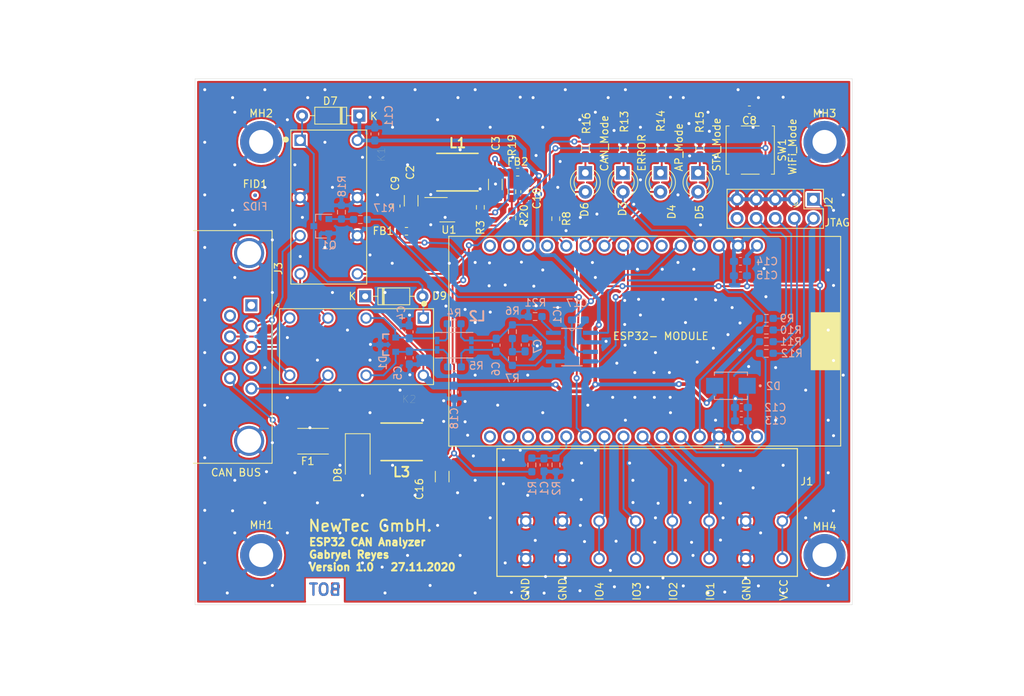
<source format=kicad_pcb>
(kicad_pcb (version 20171130) (host pcbnew "(5.1.6)-1")
  (layers (0 F.Cu signal) (31 B.Cu signal) (34 B.Paste user) (35 F.Paste user) (36 B.SilkS user) (37 F.SilkS user) (38 B.Mask user) (39 F.Mask user) (44 Edge.Cuts user))
  (net 0 "")
  (net 1 GND)
  (net 2 /CAN_Transceiver/CAN_Tx)
  (net 3 /CAN_Transceiver/CAN_Rx)
  (net 4 /MCU/WiFi_Mode)
  (net 5 /MCU/MTDI)
  (net 6 /MCU/MTDO)
  (net 7 /MCU/MTCK)
  (net 8 /MCU/MTMS)
  (net 9 /CAN_Transceiver/BUS_H)
  (net 10 /CAN_Transceiver/BUS_L)
  (net 11 /MCU/Indicator_Error)
  (net 12 /MCU/Indicator_AP_Mode)
  (net 13 "Net-(D4-Pad1)")
  (net 14 "Net-(D5-Pad1)")
  (net 15 /MCU/Indicator_STA_Mode)
  (net 16 +3V3)
  (net 17 /Connector/OBD_VDD)
  (net 18 /MCU/GPIO_4)
  (net 19 /MCU/GPIO_3)
  (net 20 /MCU/GPIO_2)
  (net 21 /MCU/GPIO_1)
  (net 22 /MCU/OBD_Voltage_Check)
  (net 23 "Net-(C6-Pad1)")
  (net 24 "Net-(D6-Pad1)")
  (net 25 /Connector/Pin_7)
  (net 26 /Connector/Pin_5)
  (net 27 /Connector/Pin_3)
  (net 28 /Connector/Pin_2)
  (net 29 /Connector/CAN_Mode)
  (net 30 "Net-(Q1-Pad1)")
  (net 31 +5V)
  (net 32 "Net-(D3-Pad1)")
  (net 33 "Net-(D7-Pad2)")
  (net 34 "Net-(C6-Pad2)")
  (net 35 "Net-(C7-Pad1)")
  (net 36 "Net-(J2-Pad2)")
  (net 37 "Net-(J2-Pad4)")
  (net 38 "Net-(J2-Pad6)")
  (net 39 "Net-(J2-Pad8)")
  (net 40 "Net-(L1-Pad1)")
  (net 41 "Net-(R3-Pad2)")
  (net 42 "Net-(C2-Pad1)")
  (net 43 "Net-(C3-Pad1)")
  (net 44 "Net-(C12-Pad1)")
  (net 45 "Net-(D8-Pad1)")
  (net 46 /Connector/~OBD~\CAN)
  (net 47 "Net-(C16-Pad1)")
  (net 48 "Net-(IC1-Pad8)")
  (net 49 "Net-(R19-Pad2)")
  (module Connector_PinHeader_2.54mm:PinHeader_2x05_P2.54mm_Vertical (layer F.Cu) (at 121.36 74.38 270)
    (fp_text reference J2 (at 0.53 -2.02 90) (layer F.SilkS))
    (fp_text value "JTAG Jumper Pins")
    (pad 10 thru_hole oval (at 2.54 10.16 270) (size 1.7 1.7) (drill 1) (layers *.Cu *.Mask))
    (pad 9 thru_hole oval (at 0 10.16 270) (size 1.7 1.7) (drill 1) (layers *.Cu *.Mask) (net 1 GND))
    (pad 8 thru_hole oval (at 2.54 7.62 270) (size 1.7 1.7) (drill 1) (layers *.Cu *.Mask) (net 39 "Net-(J2-Pad8)"))
    (pad 7 thru_hole oval (at 0 7.62 270) (size 1.7 1.7) (drill 1) (layers *.Cu *.Mask) (net 1 GND))
    (pad 6 thru_hole oval (at 2.54 5.08 270) (size 1.7 1.7) (drill 1) (layers *.Cu *.Mask) (net 38 "Net-(J2-Pad6)"))
    (pad 5 thru_hole oval (at 0 5.08 270) (size 1.7 1.7) (drill 1) (layers *.Cu *.Mask) (net 1 GND))
    (pad 4 thru_hole oval (at 2.54 2.54 270) (size 1.7 1.7) (drill 1) (layers *.Cu *.Mask) (net 37 "Net-(J2-Pad4)"))
    (pad 3 thru_hole oval (at 0 2.54 270) (size 1.7 1.7) (drill 1) (layers *.Cu *.Mask) (net 1 GND))
    (pad 2 thru_hole oval (at 2.54 0 270) (size 1.7 1.7) (drill 1) (layers *.Cu *.Mask) (net 36 "Net-(J2-Pad2)"))
    (pad 1 thru_hole rect (at 0 0 270) (size 1.7 1.7) (drill 1) (layers *.Cu *.Mask) (net 16 +3V3))
  )
  (module Fiducial:Fiducial_0.5mm_Mask1mm (layer B.Cu) (at 47.04 73.85)
    (fp_text reference FID2 (at 0 1.5) (layer B.SilkS) (effects (justify mirror)))
    (fp_text value Fiducial_0.5mm_Mask1mm)
    (pad "" smd circle (at 0 0) (size 0.5 0.5) (layers B.Cu B.Mask) (clearance 0.25))
  )
  (module Board:MODULE_ESP32-DEVKITC-32D (layer F.Cu) (at 72.54 107.5 90)
    (fp_text reference U2 (at 14.394 45.912 90) (layer F.SilkS) (effects (font (size 1.000386 1.000386) (thickness 0.015))))
    (fp_text value ESP32-DEVKITC-32D)
    (pad 1 thru_hole circle (at 1.524 5.762 90) (size 1.6 1.6) (drill 1) (layers *.Cu *.Mask))
    (pad 2 thru_hole circle (at 1.524 8.302 90) (size 1.6 1.6) (drill 1) (layers *.Cu *.Mask))
    (pad 3 thru_hole circle (at 1.524 10.842 90) (size 1.6 1.6) (drill 1) (layers *.Cu *.Mask))
    (pad 4 thru_hole circle (at 1.524 13.382 90) (size 1.6 1.6) (drill 1) (layers *.Cu *.Mask))
    (pad 5 thru_hole circle (at 1.524 15.922 90) (size 1.6 1.6) (drill 1) (layers *.Cu *.Mask) (net 22 /MCU/OBD_Voltage_Check))
    (pad 6 thru_hole circle (at 1.524 18.462 90) (size 1.6 1.6) (drill 1) (layers *.Cu *.Mask) (net 46 /Connector/~OBD~\CAN))
    (pad 7 thru_hole circle (at 1.524 21.002 90) (size 1.6 1.6) (drill 1) (layers *.Cu *.Mask) (net 18 /MCU/GPIO_4))
    (pad 8 thru_hole circle (at 1.524 23.542 90) (size 1.6 1.6) (drill 1) (layers *.Cu *.Mask) (net 19 /MCU/GPIO_3))
    (pad 9 thru_hole circle (at 1.524 26.082 90) (size 1.6 1.6) (drill 1) (layers *.Cu *.Mask) (net 20 /MCU/GPIO_2))
    (pad 10 thru_hole circle (at 1.524 28.622 90) (size 1.6 1.6) (drill 1) (layers *.Cu *.Mask) (net 21 /MCU/GPIO_1))
    (pad 11 thru_hole circle (at 1.524 31.162 90) (size 1.6 1.6) (drill 1) (layers *.Cu *.Mask) (net 8 /MCU/MTMS))
    (pad 12 thru_hole circle (at 1.524 33.702 90) (size 1.6 1.6) (drill 1) (layers *.Cu *.Mask) (net 5 /MCU/MTDI))
    (pad 13 thru_hole circle (at 1.524 36.242 90) (size 1.6 1.6) (drill 1) (layers *.Cu *.Mask) (net 1 GND))
    (pad 14 thru_hole circle (at 1.524 38.782 90) (size 1.6 1.6) (drill 1) (layers *.Cu *.Mask) (net 7 /MCU/MTCK))
    (pad 15 thru_hole circle (at 1.524 41.322 90) (size 1.6 1.6) (drill 1) (layers *.Cu *.Mask) (net 44 "Net-(C12-Pad1)"))
    (pad 16 thru_hole circle (at 26.924 5.762 90) (size 1.6 1.6) (drill 1) (layers *.Cu *.Mask))
    (pad 17 thru_hole circle (at 26.924 8.302 90) (size 1.6 1.6) (drill 1) (layers *.Cu *.Mask))
    (pad 18 thru_hole circle (at 26.924 10.842 90) (size 1.6 1.6) (drill 1) (layers *.Cu *.Mask))
    (pad 19 thru_hole circle (at 26.924 13.382 90) (size 1.6 1.6) (drill 1) (layers *.Cu *.Mask))
    (pad 20 thru_hole circle (at 26.924 15.922 90) (size 1.6 1.6) (drill 1) (layers *.Cu *.Mask) (net 4 /MCU/WiFi_Mode))
    (pad 21 thru_hole circle (at 26.924 18.462 90) (size 1.6 1.6) (drill 1) (layers *.Cu *.Mask) (net 12 /MCU/Indicator_AP_Mode))
    (pad 22 thru_hole circle (at 26.924 21.002 90) (size 1.6 1.6) (drill 1) (layers *.Cu *.Mask) (net 15 /MCU/Indicator_STA_Mode))
    (pad 23 thru_hole circle (at 26.924 23.542 90) (size 1.6 1.6) (drill 1) (layers *.Cu *.Mask) (net 3 /CAN_Transceiver/CAN_Rx))
    (pad 24 thru_hole circle (at 26.924 26.082 90) (size 1.6 1.6) (drill 1) (layers *.Cu *.Mask))
    (pad 25 thru_hole circle (at 26.924 28.622 90) (size 1.6 1.6) (drill 1) (layers *.Cu *.Mask))
    (pad 26 thru_hole circle (at 26.924 31.162 90) (size 1.6 1.6) (drill 1) (layers *.Cu *.Mask) (net 2 /CAN_Transceiver/CAN_Tx))
    (pad 27 thru_hole circle (at 26.924 33.702 90) (size 1.6 1.6) (drill 1) (layers *.Cu *.Mask) (net 11 /MCU/Indicator_Error))
    (pad 28 thru_hole circle (at 26.924 36.242 90) (size 1.6 1.6) (drill 1) (layers *.Cu *.Mask) (net 6 /MCU/MTDO))
    (pad 29 thru_hole circle (at 26.924 38.782 90) (size 1.6 1.6) (drill 1) (layers *.Cu *.Mask) (net 1 GND))
    (pad 30 thru_hole circle (at 26.924 41.322 90) (size 1.6 1.6) (drill 1) (layers *.Cu *.Mask) (net 16 +3V3))
  )
  (module Fiducial:Fiducial_0.5mm_Mask1mm (layer F.Cu) (at 47.04 73.85)
    (fp_text reference FID1 (at 0 -1.5) (layer F.SilkS))
    (fp_text value Fiducial_0.5mm_Mask1mm)
    (pad "" smd circle (at 0 0) (size 0.5 0.5) (layers F.Cu F.Mask) (clearance 0.25))
  )
  (module MountingHole:MountingHole_3.2mm_M3_DIN965_Pad (layer F.Cu) (at 122.84 121.75)
    (fp_text reference MH4 (at 0 -3.8) (layer F.SilkS))
    (fp_text value MountingHole_3.2mm_M3_DIN965_Pad)
    (pad 1 thru_hole circle (at 0 0) (size 5.6 5.6) (drill 3.2) (layers *.Cu *.Mask) (net 1 GND))
  )
  (module MountingHole:MountingHole_3.2mm_M3_DIN965_Pad (layer F.Cu) (at 122.84 66.75)
    (fp_text reference MH3 (at 0 -3.8) (layer F.SilkS))
    (fp_text value MountingHole_3.2mm_M3_DIN965_Pad)
    (pad 1 thru_hole circle (at 0 0) (size 5.6 5.6) (drill 3.2) (layers *.Cu *.Mask) (net 1 GND))
  )
  (module MountingHole:MountingHole_3.2mm_M3_DIN965_Pad (layer F.Cu) (at 47.84 66.75)
    (fp_text reference MH2 (at 0 -3.8) (layer F.SilkS))
    (fp_text value MountingHole_3.2mm_M3_DIN965_Pad)
    (pad 1 thru_hole circle (at 0 0) (size 5.6 5.6) (drill 3.2) (layers *.Cu *.Mask) (net 1 GND))
  )
  (module MountingHole:MountingHole_3.2mm_M3_DIN965_Pad (layer F.Cu) (at 47.84 121.75)
    (fp_text reference MH1 (at 0.05 -4) (layer F.SilkS))
    (fp_text value MountingHole_3.2mm_M3_DIN965_Pad hide)
    (pad 1 thru_hole circle (at 0 0) (size 5.6 5.6) (drill 3.2) (layers *.Cu *.Mask) (net 1 GND))
  )
  (module Diode_THT:D_DO-35_SOD27_P7.62mm_Horizontal (layer F.Cu) (at 61.69 87.3)
    (fp_text reference D9 (at 9.9 -0.05) (layer F.SilkS))
    (fp_text value 1N4148)
    (fp_text user K (at -1.7 0) (layer F.SilkS))
    (pad 2 thru_hole oval (at 7.62 0) (size 1.6 1.6) (drill 0.8) (layers *.Cu *.Mask) (net 33 "Net-(D7-Pad2)"))
    (pad 1 thru_hole rect (at 0 0) (size 1.6 1.6) (drill 0.8) (layers *.Cu *.Mask) (net 31 +5V))
  )
  (module Capacitor_SMD:C_0603_1608Metric_Pad1.08x0.95mm_HandSolder (layer B.Cu) (at 73.55 100.0525 270)
    (fp_text reference C18 (at 3.4975 0.01 270) (layer B.SilkS) (effects (justify mirror)))
    (fp_text value 100n)
    (pad 2 smd roundrect (at 0.8625 0 270) (size 1.075 0.95) (layers B.Cu B.Paste B.Mask) (net 1 GND))
    (pad 1 smd roundrect (at -0.8625 0 270) (size 1.075 0.95) (layers B.Cu B.Paste B.Mask) (net 31 +5V))
  )
  (module Capacitor_SMD:C_0603_1608Metric_Pad1.08x0.95mm_HandSolder (layer B.Cu) (at 90.075 90.44)
    (fp_text reference C17 (at -0.185 -2.24) (layer B.SilkS) (effects (justify mirror)))
    (fp_text value 100n)
    (pad 2 smd roundrect (at 0.8625 0) (size 1.075 0.95) (layers B.Cu B.Paste B.Mask) (net 1 GND))
    (pad 1 smd roundrect (at -0.8625 0) (size 1.075 0.95) (layers B.Cu B.Paste B.Mask) (net 16 +3V3))
  )
  (module Connector_Dsub:DSUB-9_Male_Horizontal_P2.77x2.84mm_EdgePinOffset4.94mm_Housed_MountingHolesOffset7.48mm (layer F.Cu) (at 46.54 88.5 270)
    (fp_text reference J3 (at -4.9 -3.6 90) (layer F.SilkS))
    (fp_text value DSUB9)
    (pad 0 thru_hole circle (at 18.04 0.3 270) (size 4 4) (drill 3.2) (layers *.Cu *.Mask) (net 1 GND))
    (pad 0 thru_hole circle (at -6.96 0.3 270) (size 4 4) (drill 3.2) (layers *.Cu *.Mask) (net 1 GND))
    (pad 9 thru_hole circle (at 9.695 2.84 270) (size 1.6 1.6) (drill 1) (layers *.Cu *.Mask) (net 17 /Connector/OBD_VDD))
    (pad 8 thru_hole circle (at 6.925 2.84 270) (size 1.6 1.6) (drill 1) (layers *.Cu *.Mask))
    (pad 7 thru_hole circle (at 4.155 2.84 270) (size 1.6 1.6) (drill 1) (layers *.Cu *.Mask) (net 25 /Connector/Pin_7))
    (pad 6 thru_hole circle (at 1.385 2.84 270) (size 1.6 1.6) (drill 1) (layers *.Cu *.Mask))
    (pad 5 thru_hole circle (at 11.08 0 270) (size 1.6 1.6) (drill 1) (layers *.Cu *.Mask) (net 26 /Connector/Pin_5))
    (pad 4 thru_hole circle (at 8.31 0 270) (size 1.6 1.6) (drill 1) (layers *.Cu *.Mask))
    (pad 3 thru_hole circle (at 5.54 0 270) (size 1.6 1.6) (drill 1) (layers *.Cu *.Mask) (net 27 /Connector/Pin_3))
    (pad 2 thru_hole circle (at 2.77 0 270) (size 1.6 1.6) (drill 1) (layers *.Cu *.Mask) (net 28 /Connector/Pin_2))
    (pad 1 thru_hole rect (at 0 0 270) (size 1.6 1.6) (drill 1) (layers *.Cu *.Mask))
  )
  (module "Board:AST 045-08" (layer F.Cu) (at 119.23 124.58 180)
    (fp_text reference J1 (at -1.26 12.63) (layer F.SilkS))
    (fp_text value Conn_01x08_Female)
    (pad 8 thru_hole circle (at 36.16 7.36 180) (size 1.524 1.524) (drill 1) (layers *.Cu *.Mask) (net 1 GND))
    (pad 7 thru_hole circle (at 31.28 7.36 180) (size 1.524 1.524) (drill 1) (layers *.Cu *.Mask) (net 1 GND))
    (pad 6 thru_hole circle (at 26.4 7.36 180) (size 1.524 1.524) (drill 1) (layers *.Cu *.Mask) (net 18 /MCU/GPIO_4))
    (pad 5 thru_hole circle (at 21.52 7.36 180) (size 1.524 1.524) (drill 1) (layers *.Cu *.Mask) (net 19 /MCU/GPIO_3))
    (pad 4 thru_hole circle (at 16.64 7.36 180) (size 1.524 1.524) (drill 1) (layers *.Cu *.Mask) (net 20 /MCU/GPIO_2))
    (pad 3 thru_hole circle (at 11.76 7.36 180) (size 1.524 1.524) (drill 1) (layers *.Cu *.Mask) (net 21 /MCU/GPIO_1))
    (pad 2 thru_hole circle (at 6.88 7.36 180) (size 1.524 1.524) (drill 1) (layers *.Cu *.Mask) (net 1 GND))
    (pad 1 thru_hole circle (at 2 7.36 180) (size 1.524 1.524) (drill 1) (layers *.Cu *.Mask) (net 16 +3V3))
    (pad 8 thru_hole circle (at 36.16 2.36 180) (size 1.524 1.524) (drill 1) (layers *.Cu *.Mask) (net 1 GND))
    (pad 7 thru_hole circle (at 31.28 2.36 180) (size 1.524 1.524) (drill 1) (layers *.Cu *.Mask) (net 1 GND))
    (pad 6 thru_hole circle (at 26.4 2.36 180) (size 1.524 1.524) (drill 1) (layers *.Cu *.Mask) (net 18 /MCU/GPIO_4))
    (pad 5 thru_hole circle (at 21.52 2.36 180) (size 1.524 1.524) (drill 1) (layers *.Cu *.Mask) (net 19 /MCU/GPIO_3))
    (pad 4 thru_hole circle (at 16.64 2.36 180) (size 1.524 1.524) (drill 1) (layers *.Cu *.Mask) (net 20 /MCU/GPIO_2))
    (pad 3 thru_hole circle (at 11.76 2.36 180) (size 1.524 1.524) (drill 1) (layers *.Cu *.Mask) (net 21 /MCU/GPIO_1))
    (pad 2 thru_hole circle (at 6.88 2.36 180) (size 1.524 1.524) (drill 1) (layers *.Cu *.Mask) (net 1 GND))
    (pad 1 thru_hole circle (at 2 2.36 180) (size 1.524 1.524) (drill 1) (layers *.Cu *.Mask) (net 16 +3V3))
  )
  (module Board:RELAY_G5V-2-DC5 (layer F.Cu) (at 60.54 94 180)
    (fp_text reference K2 (at -6.9971 -6.99712) (layer F.SilkS) (effects (font (size 1.001732 1.001732) (thickness 0.015))))
    (fp_text value G5V-2-DC5)
    (pad 1 thru_hole rect (at -8.89 3.81 180) (size 1.508 1.508) (drill 1) (layers *.Cu *.Mask) (net 33 "Net-(D7-Pad2)"))
    (pad 16 thru_hole circle (at -8.89 -3.81 180) (size 1.508 1.508) (drill 1) (layers *.Cu *.Mask) (net 31 +5V))
    (pad 13 thru_hole circle (at -1.27 -3.81 180) (size 1.508 1.508) (drill 1) (layers *.Cu *.Mask) (net 10 /CAN_Transceiver/BUS_L))
    (pad 4 thru_hole circle (at -1.27 3.81 180) (size 1.508 1.508) (drill 1) (layers *.Cu *.Mask) (net 9 /CAN_Transceiver/BUS_H))
    (pad 6 thru_hole circle (at 3.81 3.81 180) (size 1.508 1.508) (drill 1) (layers *.Cu *.Mask) (net 27 /Connector/Pin_3))
    (pad 11 thru_hole circle (at 3.81 -3.81 180) (size 1.508 1.508) (drill 1) (layers *.Cu *.Mask) (net 26 /Connector/Pin_5))
    (pad 9 thru_hole circle (at 8.89 -3.81 180) (size 1.508 1.508) (drill 1) (layers *.Cu *.Mask) (net 28 /Connector/Pin_2))
    (pad 8 thru_hole circle (at 8.89 3.81 180) (size 1.508 1.508) (drill 1) (layers *.Cu *.Mask) (net 25 /Connector/Pin_7))
  )
  (module Board:INDPM5550X300N (layer F.Cu) (at 73.97 70.77)
    (fp_text reference L1 (at 0.02 -3.87) (layer F.SilkS) (effects (font (size 1.27 1.27) (thickness 0.254))))
    (fp_text value 2.2u hide)
    (pad 2 smd rect (at 2.35 0) (size 2.2 2.75) (layers F.Cu F.Paste F.Mask) (net 43 "Net-(C3-Pad1)"))
    (pad 1 smd rect (at -2.35 0) (size 2.2 2.75) (layers F.Cu F.Paste F.Mask) (net 40 "Net-(L1-Pad1)"))
  )
  (module Board:INDPM5550X300N (layer F.Cu) (at 66.54 106.67 180)
    (fp_text reference L3 (at 0 -4.03) (layer F.SilkS) (effects (font (size 1.27 1.27) (thickness 0.254))))
    (fp_text value 5u hide)
    (pad 1 smd rect (at -2.35 0 180) (size 2.2 2.75) (layers F.Cu F.Paste F.Mask) (net 47 "Net-(C16-Pad1)"))
    (pad 2 smd rect (at 2.35 0 180) (size 2.2 2.75) (layers F.Cu F.Paste F.Mask) (net 45 "Net-(D8-Pad1)"))
  )
  (module Package_SO:VSSOP-8_3.0x3.0mm_P0.65mm (layer F.Cu) (at 72.62 75.77)
    (fp_text reference U1 (at 0.22 2.68) (layer F.SilkS))
    (fp_text value TPS62160DGK)
    (pad 8 smd rect (at 2.2 -0.975 270) (size 0.45 1.45) (layers F.Cu F.Paste F.Mask) (net 41 "Net-(R3-Pad2)"))
    (pad 7 smd rect (at 2.2 -0.325 270) (size 0.45 1.45) (layers F.Cu F.Paste F.Mask) (net 40 "Net-(L1-Pad1)"))
    (pad 6 smd rect (at 2.2 0.325 270) (size 0.45 1.45) (layers F.Cu F.Paste F.Mask) (net 43 "Net-(C3-Pad1)"))
    (pad 5 smd rect (at 2.2 0.975 270) (size 0.45 1.45) (layers F.Cu F.Paste F.Mask) (net 49 "Net-(R19-Pad2)"))
    (pad 4 smd rect (at -2.2 0.975 270) (size 0.45 1.45) (layers F.Cu F.Paste F.Mask) (net 1 GND))
    (pad 3 smd rect (at -2.2 0.325 270) (size 0.45 1.45) (layers F.Cu F.Paste F.Mask) (net 42 "Net-(C2-Pad1)"))
    (pad 2 smd rect (at -2.2 -0.325 270) (size 0.45 1.45) (layers F.Cu F.Paste F.Mask) (net 42 "Net-(C2-Pad1)"))
    (pad 1 smd rect (at -2.2 -0.975 270) (size 0.45 1.45) (layers F.Cu F.Paste F.Mask) (net 1 GND))
  )
  (module Resistor_SMD:R_0603_1608Metric_Pad0.98x0.95mm_HandSolder (layer B.Cu) (at 84.3135 89.996 180)
    (fp_text reference R21 (at -0.0265 1.846) (layer B.SilkS) (effects (justify mirror)))
    (fp_text value 0)
    (pad 2 smd roundrect (at 0.9125 0 180) (size 0.975 0.95) (layers B.Cu B.Paste B.Mask) (net 1 GND))
    (pad 1 smd roundrect (at -0.9125 0 180) (size 0.975 0.95) (layers B.Cu B.Paste B.Mask) (net 48 "Net-(IC1-Pad8)"))
  )
  (module Resistor_SMD:R_0603_1608Metric_Pad0.98x0.95mm_HandSolder (layer F.Cu) (at 81.209 76.87 270)
    (fp_text reference R20 (at -0.37 -1.631 90) (layer F.SilkS))
    (fp_text value 180k)
    (pad 2 smd roundrect (at 0.9125 0 270) (size 0.975 0.95) (layers F.Cu F.Paste F.Mask) (net 1 GND))
    (pad 1 smd roundrect (at -0.9125 0 270) (size 0.975 0.95) (layers F.Cu F.Paste F.Mask) (net 49 "Net-(R19-Pad2)"))
  )
  (module Resistor_SMD:R_0603_1608Metric_Pad0.98x0.95mm_HandSolder (layer F.Cu) (at 81.209 73.37 270)
    (fp_text reference R19 (at -6.17 -0.031 90) (layer F.SilkS))
    (fp_text value 953k)
    (pad 2 smd roundrect (at 0.9125 0 270) (size 0.975 0.95) (layers F.Cu F.Paste F.Mask) (net 49 "Net-(R19-Pad2)"))
    (pad 1 smd roundrect (at -0.9125 0 270) (size 0.975 0.95) (layers F.Cu F.Paste F.Mask) (net 43 "Net-(C3-Pad1)"))
  )
  (module Resistor_SMD:R_0603_1608Metric_Pad0.98x0.95mm_HandSolder (layer B.Cu) (at 58.53 76.0975 90)
    (fp_text reference R18 (at 3.4475 0.06 90) (layer B.SilkS) (effects (justify mirror)))
    (fp_text value 150)
    (pad 2 smd roundrect (at 0.9125 0 90) (size 0.975 0.95) (layers B.Cu B.Paste B.Mask) (net 1 GND))
    (pad 1 smd roundrect (at -0.9125 0 90) (size 0.975 0.95) (layers B.Cu B.Paste B.Mask) (net 30 "Net-(Q1-Pad1)"))
  )
  (module Resistor_SMD:R_0603_1608Metric_Pad0.98x0.95mm_HandSolder (layer B.Cu) (at 61.0475 77.08)
    (fp_text reference R17 (at 3.1925 -1.53 180) (layer B.SilkS) (effects (justify mirror)))
    (fp_text value 430)
    (pad 2 smd roundrect (at 0.9125 0) (size 0.975 0.95) (layers B.Cu B.Paste B.Mask) (net 46 /Connector/~OBD~\CAN))
    (pad 1 smd roundrect (at -0.9125 0) (size 0.975 0.95) (layers B.Cu B.Paste B.Mask) (net 30 "Net-(Q1-Pad1)"))
  )
  (module Resistor_SMD:R_0603_1608Metric_Pad0.98x0.95mm_HandSolder (layer F.Cu) (at 91.01 67.56 90)
    (fp_text reference R16 (at 3.31 0.13 270) (layer F.SilkS))
    (fp_text value 500)
    (pad 2 smd roundrect (at 0.9125 0 90) (size 0.975 0.95) (layers F.Cu F.Paste F.Mask) (net 29 /Connector/CAN_Mode))
    (pad 1 smd roundrect (at -0.9125 0 90) (size 0.975 0.95) (layers F.Cu F.Paste F.Mask) (net 24 "Net-(D6-Pad1)"))
  )
  (module Resistor_SMD:R_0603_1608Metric_Pad0.98x0.95mm_HandSolder (layer F.Cu) (at 106.24 67.5675 90)
    (fp_text reference R15 (at 3.4675 0 90) (layer F.SilkS))
    (fp_text value 500)
    (pad 2 smd roundrect (at 0.9125 0 90) (size 0.975 0.95) (layers F.Cu F.Paste F.Mask) (net 1 GND))
    (pad 1 smd roundrect (at -0.9125 0 90) (size 0.975 0.95) (layers F.Cu F.Paste F.Mask) (net 14 "Net-(D5-Pad1)"))
  )
  (module Resistor_SMD:R_0603_1608Metric_Pad0.98x0.95mm_HandSolder (layer F.Cu) (at 101.17 67.5575 90)
    (fp_text reference R14 (at 3.6075 -0.13 90) (layer F.SilkS))
    (fp_text value 500)
    (pad 2 smd roundrect (at 0.9125 0 90) (size 0.975 0.95) (layers F.Cu F.Paste F.Mask) (net 1 GND))
    (pad 1 smd roundrect (at -0.9125 0 90) (size 0.975 0.95) (layers F.Cu F.Paste F.Mask) (net 13 "Net-(D4-Pad1)"))
  )
  (module Resistor_SMD:R_0603_1608Metric_Pad0.98x0.95mm_HandSolder (layer F.Cu) (at 96.09 67.5575 90)
    (fp_text reference R13 (at 3.5075 0.1 90) (layer F.SilkS))
    (fp_text value 500)
    (pad 2 smd roundrect (at 0.9125 0 90) (size 0.975 0.95) (layers F.Cu F.Paste F.Mask) (net 1 GND))
    (pad 1 smd roundrect (at -0.9125 0 90) (size 0.975 0.95) (layers F.Cu F.Paste F.Mask) (net 32 "Net-(D3-Pad1)"))
  )
  (module Resistor_SMD:R_0603_1608Metric_Pad0.98x0.95mm_HandSolder (layer B.Cu) (at 115.1 94.89 180)
    (fp_text reference R12 (at -3.387 0) (layer B.SilkS) (effects (justify mirror)))
    (fp_text value 100)
    (pad 2 smd roundrect (at 0.9125 0 180) (size 0.975 0.95) (layers B.Cu B.Paste B.Mask) (net 8 /MCU/MTMS))
    (pad 1 smd roundrect (at -0.9125 0 180) (size 0.975 0.95) (layers B.Cu B.Paste B.Mask) (net 36 "Net-(J2-Pad2)"))
  )
  (module Resistor_SMD:R_0603_1608Metric_Pad0.98x0.95mm_HandSolder (layer B.Cu) (at 115.1 93.34 180)
    (fp_text reference R11 (at -3.26 0) (layer B.SilkS) (effects (justify mirror)))
    (fp_text value 100)
    (pad 2 smd roundrect (at 0.9125 0 180) (size 0.975 0.95) (layers B.Cu B.Paste B.Mask) (net 7 /MCU/MTCK))
    (pad 1 smd roundrect (at -0.9125 0 180) (size 0.975 0.95) (layers B.Cu B.Paste B.Mask) (net 37 "Net-(J2-Pad4)"))
  )
  (module Resistor_SMD:R_0603_1608Metric_Pad0.98x0.95mm_HandSolder (layer B.Cu) (at 115.1 91.79 180)
    (fp_text reference R10 (at -3.26 0) (layer B.SilkS) (effects (justify mirror)))
    (fp_text value 100)
    (pad 2 smd roundrect (at 0.9125 0 180) (size 0.975 0.95) (layers B.Cu B.Paste B.Mask) (net 6 /MCU/MTDO))
    (pad 1 smd roundrect (at -0.9125 0 180) (size 0.975 0.95) (layers B.Cu B.Paste B.Mask) (net 38 "Net-(J2-Pad6)"))
  )
  (module Resistor_SMD:R_0603_1608Metric_Pad0.98x0.95mm_HandSolder (layer B.Cu) (at 115.1 90.24 180)
    (fp_text reference R9 (at -2.752 0) (layer B.SilkS) (effects (justify mirror)))
    (fp_text value 100)
    (pad 2 smd roundrect (at 0.9125 0 180) (size 0.975 0.95) (layers B.Cu B.Paste B.Mask) (net 5 /MCU/MTDI))
    (pad 1 smd roundrect (at -0.9125 0 180) (size 0.975 0.95) (layers B.Cu B.Paste B.Mask) (net 39 "Net-(J2-Pad8)"))
  )
  (module Resistor_SMD:R_0603_1608Metric_Pad0.98x0.95mm_HandSolder (layer F.Cu) (at 87.06 76.96 270)
    (fp_text reference R8 (at 0 -1.43 90) (layer F.SilkS))
    (fp_text value 1k)
    (pad 2 smd roundrect (at 0.9125 0 270) (size 0.975 0.95) (layers F.Cu F.Paste F.Mask) (net 4 /MCU/WiFi_Mode))
    (pad 1 smd roundrect (at -0.9125 0 270) (size 0.975 0.95) (layers F.Cu F.Paste F.Mask) (net 16 +3V3))
  )
  (module Resistor_SMD:R_0603_1608Metric_Pad0.98x0.95mm_HandSolder (layer B.Cu) (at 81.289 95.584 270)
    (fp_text reference R7 (at 2.616 -0.001 180) (layer B.SilkS) (effects (justify mirror)))
    (fp_text value 62)
    (pad 2 smd roundrect (at 0.9125 0 270) (size 0.975 0.95) (layers B.Cu B.Paste B.Mask) (net 34 "Net-(C6-Pad2)"))
    (pad 1 smd roundrect (at -0.9125 0 270) (size 0.975 0.95) (layers B.Cu B.Paste B.Mask) (net 35 "Net-(C7-Pad1)"))
  )
  (module Resistor_SMD:R_0603_1608Metric_Pad0.98x0.95mm_HandSolder (layer B.Cu) (at 81.289 92.0045 270)
    (fp_text reference R6 (at -2.7545 -0.001 180) (layer B.SilkS) (effects (justify mirror)))
    (fp_text value 62)
    (pad 2 smd roundrect (at 0.9125 0 270) (size 0.975 0.95) (layers B.Cu B.Paste B.Mask) (net 35 "Net-(C7-Pad1)"))
    (pad 1 smd roundrect (at -0.9125 0 270) (size 0.975 0.95) (layers B.Cu B.Paste B.Mask) (net 23 "Net-(C6-Pad1)"))
  )
  (module Resistor_SMD:R_0603_1608Metric_Pad0.98x0.95mm_HandSolder (layer B.Cu) (at 73.5775 96.7 180)
    (fp_text reference R5 (at -2.9125 0.15) (layer B.SilkS) (effects (justify mirror)))
    (fp_text value 0)
    (pad 2 smd roundrect (at 0.9125 0 180) (size 0.975 0.95) (layers B.Cu B.Paste B.Mask) (net 10 /CAN_Transceiver/BUS_L))
    (pad 1 smd roundrect (at -0.9125 0 180) (size 0.975 0.95) (layers B.Cu B.Paste B.Mask) (net 34 "Net-(C6-Pad2)"))
  )
  (module Resistor_SMD:R_0603_1608Metric_Pad0.98x0.95mm_HandSolder (layer B.Cu) (at 73.5325 90.95 180)
    (fp_text reference R4 (at 0 1.43) (layer B.SilkS) (effects (justify mirror)))
    (fp_text value 0)
    (pad 2 smd roundrect (at 0.9125 0 180) (size 0.975 0.95) (layers B.Cu B.Paste B.Mask) (net 9 /CAN_Transceiver/BUS_H))
    (pad 1 smd roundrect (at -0.9125 0 180) (size 0.975 0.95) (layers B.Cu B.Paste B.Mask) (net 23 "Net-(C6-Pad1)"))
  )
  (module Resistor_SMD:R_0603_1608Metric_Pad0.98x0.95mm_HandSolder (layer F.Cu) (at 77.02 75.4575 90)
    (fp_text reference R3 (at -2.6925 0.02 90) (layer F.SilkS))
    (fp_text value 10k)
    (pad 2 smd roundrect (at 0.9125 0 90) (size 0.975 0.95) (layers F.Cu F.Paste F.Mask) (net 41 "Net-(R3-Pad2)"))
    (pad 1 smd roundrect (at -0.9125 0 90) (size 0.975 0.95) (layers F.Cu F.Paste F.Mask) (net 43 "Net-(C3-Pad1)"))
  )
  (module Resistor_SMD:R_0603_1608Metric_Pad0.98x0.95mm_HandSolder (layer B.Cu) (at 87.09 109.7425 270)
    (fp_text reference R2 (at 3.1075 -0.05 270) (layer B.SilkS) (effects (justify mirror)))
    (fp_text value 1k)
    (pad 2 smd roundrect (at 0.9125 0 270) (size 0.975 0.95) (layers B.Cu B.Paste B.Mask) (net 1 GND))
    (pad 1 smd roundrect (at -0.9125 0 270) (size 0.975 0.95) (layers B.Cu B.Paste B.Mask) (net 22 /MCU/OBD_Voltage_Check))
  )
  (module Resistor_SMD:R_0603_1608Metric_Pad0.98x0.95mm_HandSolder (layer B.Cu) (at 83.88 109.7425 90)
    (fp_text reference R1 (at -3.1075 0.06 270) (layer B.SilkS) (effects (justify mirror)))
    (fp_text value 10k)
    (pad 2 smd roundrect (at 0.9125 0 90) (size 0.975 0.95) (layers B.Cu B.Paste B.Mask) (net 22 /MCU/OBD_Voltage_Check))
    (pad 1 smd roundrect (at -0.9125 0 90) (size 0.975 0.95) (layers B.Cu B.Paste B.Mask) (net 47 "Net-(C16-Pad1)"))
  )
  (module Capacitor_SMD:C_0603_1608Metric_Pad1.08x0.95mm_HandSolder (layer B.Cu) (at 111.645 84.56)
    (fp_text reference C15 (at 3.545 -0.06 180) (layer B.SilkS) (effects (justify mirror)))
    (fp_text value 1u)
    (pad 2 smd roundrect (at 0.8625 0) (size 1.075 0.95) (layers B.Cu B.Paste B.Mask) (net 16 +3V3))
    (pad 1 smd roundrect (at -0.8625 0) (size 1.075 0.95) (layers B.Cu B.Paste B.Mask) (net 1 GND))
  )
  (module Capacitor_SMD:C_0603_1608Metric_Pad1.08x0.95mm_HandSolder (layer B.Cu) (at 111.645 82.65)
    (fp_text reference C14 (at 3.545 0 180) (layer B.SilkS) (effects (justify mirror)))
    (fp_text value 100n)
    (pad 2 smd roundrect (at 0.8625 0) (size 1.075 0.95) (layers B.Cu B.Paste B.Mask) (net 16 +3V3))
    (pad 1 smd roundrect (at -0.8625 0) (size 1.075 0.95) (layers B.Cu B.Paste B.Mask) (net 1 GND))
  )
  (module Capacitor_SMD:C_0603_1608Metric_Pad1.08x0.95mm_HandSolder (layer B.Cu) (at 111.768 103.88)
    (fp_text reference C13 (at 4.572 -0.03 180) (layer B.SilkS) (effects (justify mirror)))
    (fp_text value 100n)
    (pad 2 smd roundrect (at 0.8625 0) (size 1.075 0.95) (layers B.Cu B.Paste B.Mask) (net 44 "Net-(C12-Pad1)"))
    (pad 1 smd roundrect (at -0.8625 0) (size 1.075 0.95) (layers B.Cu B.Paste B.Mask) (net 1 GND))
  )
  (module Capacitor_SMD:C_0603_1608Metric_Pad1.08x0.95mm_HandSolder (layer B.Cu) (at 111.768 102.09 180)
    (fp_text reference C12 (at -4.522 -0.01 180) (layer B.SilkS) (effects (justify mirror)))
    (fp_text value 1u)
    (pad 2 smd roundrect (at 0.8625 0 180) (size 1.075 0.95) (layers B.Cu B.Paste B.Mask) (net 1 GND))
    (pad 1 smd roundrect (at -0.8625 0 180) (size 1.075 0.95) (layers B.Cu B.Paste B.Mask) (net 44 "Net-(C12-Pad1)"))
  )
  (module Capacitor_SMD:C_0603_1608Metric_Pad1.08x0.95mm_HandSolder (layer B.Cu) (at 62.97 65.69 90)
    (fp_text reference C11 (at 2.39 1.87 270) (layer B.SilkS) (effects (justify mirror)))
    (fp_text value 100n)
    (pad 2 smd roundrect (at 0.8625 0 90) (size 1.075 0.95) (layers B.Cu B.Paste B.Mask) (net 1 GND))
    (pad 1 smd roundrect (at -0.8625 0 90) (size 1.075 0.95) (layers B.Cu B.Paste B.Mask) (net 31 +5V))
  )
  (module Capacitor_SMD:C_0603_1608Metric_Pad1.08x0.95mm_HandSolder (layer F.Cu) (at 82.92 73.37 270)
    (fp_text reference C10 (at 0.88 -1.62 90) (layer F.SilkS))
    (fp_text value 100n)
    (pad 2 smd roundrect (at 0.8625 0 270) (size 1.075 0.95) (layers F.Cu F.Paste F.Mask) (net 1 GND))
    (pad 1 smd roundrect (at -0.8625 0 270) (size 1.075 0.95) (layers F.Cu F.Paste F.Mask) (net 31 +5V))
  )
  (module Capacitor_SMD:C_0603_1608Metric_Pad1.08x0.95mm_HandSolder (layer F.Cu) (at 65.81 75.2775 90)
    (fp_text reference C9 (at 3.0215 -0.127 90) (layer F.SilkS))
    (fp_text value 100n)
    (pad 2 smd roundrect (at 0.8625 0 90) (size 1.075 0.95) (layers F.Cu F.Paste F.Mask) (net 1 GND))
    (pad 1 smd roundrect (at -0.8625 0 90) (size 1.075 0.95) (layers F.Cu F.Paste F.Mask) (net 47 "Net-(C16-Pad1)"))
  )
  (module Capacitor_SMD:C_0603_1608Metric_Pad1.08x0.95mm_HandSolder (layer F.Cu) (at 112.84 62.47 180)
    (fp_text reference C8 (at 0 -1.43) (layer F.SilkS))
    (fp_text value 100n)
    (pad 2 smd roundrect (at 0.8625 0 180) (size 1.075 0.95) (layers F.Cu F.Paste F.Mask) (net 1 GND))
    (pad 1 smd roundrect (at -0.8625 0 180) (size 1.075 0.95) (layers F.Cu F.Paste F.Mask) (net 4 /MCU/WiFi_Mode))
  )
  (module Capacitor_SMD:C_0603_1608Metric_Pad1.08x0.95mm_HandSolder (layer B.Cu) (at 82.98 93.7725 90)
    (fp_text reference C7 (at -0.1775 1.66 90) (layer B.SilkS) (effects (justify mirror)))
    (fp_text value 4n)
    (pad 2 smd roundrect (at 0.8625 0 90) (size 1.075 0.95) (layers B.Cu B.Paste B.Mask) (net 1 GND))
    (pad 1 smd roundrect (at -0.8625 0 90) (size 1.075 0.95) (layers B.Cu B.Paste B.Mask) (net 35 "Net-(C7-Pad1)"))
  )
  (module Capacitor_SMD:C_0603_1608Metric_Pad1.08x0.95mm_HandSolder (layer B.Cu) (at 79.13 93.806 270)
    (fp_text reference C6 (at 3.144 0.04 90) (layer B.SilkS) (effects (justify mirror)))
    (fp_text value 100p)
    (pad 2 smd roundrect (at 0.8625 0 270) (size 1.075 0.95) (layers B.Cu B.Paste B.Mask) (net 34 "Net-(C6-Pad2)"))
    (pad 1 smd roundrect (at -0.8625 0 270) (size 1.075 0.95) (layers B.Cu B.Paste B.Mask) (net 23 "Net-(C6-Pad1)"))
  )
  (module Capacitor_SMD:C_0603_1608Metric_Pad1.08x0.95mm_HandSolder (layer B.Cu) (at 67.57 95.48 90)
    (fp_text reference C5 (at -2.02 -1.53 90) (layer B.SilkS) (effects (justify mirror)))
    (fp_text value 100p)
    (pad 2 smd roundrect (at 0.8625 0 90) (size 1.075 0.95) (layers B.Cu B.Paste B.Mask) (net 10 /CAN_Transceiver/BUS_L))
    (pad 1 smd roundrect (at -0.8625 0 90) (size 1.075 0.95) (layers B.Cu B.Paste B.Mask) (net 1 GND))
  )
  (module Capacitor_SMD:C_0603_1608Metric_Pad1.08x0.95mm_HandSolder (layer B.Cu) (at 67.55 92.03 90)
    (fp_text reference C4 (at 2.53 -1.06 90) (layer B.SilkS) (effects (justify mirror)))
    (fp_text value 100p)
    (pad 2 smd roundrect (at 0.8625 0 90) (size 1.075 0.95) (layers B.Cu B.Paste B.Mask) (net 1 GND))
    (pad 1 smd roundrect (at -0.8625 0 90) (size 1.075 0.95) (layers B.Cu B.Paste B.Mask) (net 9 /CAN_Transceiver/BUS_H))
  )
  (module Capacitor_SMD:C_0603_1608Metric_Pad1.08x0.95mm_HandSolder (layer B.Cu) (at 85.49 109.7425 270)
    (fp_text reference C1 (at 3.1075 -0.05 270) (layer B.SilkS) (effects (justify mirror)))
    (fp_text value 100n)
    (pad 2 smd roundrect (at 0.8625 0 270) (size 1.075 0.95) (layers B.Cu B.Paste B.Mask) (net 1 GND))
    (pad 1 smd roundrect (at -0.8625 0 270) (size 1.075 0.95) (layers B.Cu B.Paste B.Mask) (net 22 /MCU/OBD_Voltage_Check))
  )
  (module Inductor_SMD:L_0603_1608Metric_Pad1.05x0.95mm_HandSolder (layer F.Cu) (at 81.995 70.77 180)
    (fp_text reference FB2 (at 0 1.397) (layer F.SilkS))
    (fp_text value Ferrite_Bead)
    (pad 2 smd roundrect (at 0.875 0 180) (size 1.05 0.95) (layers F.Cu F.Paste F.Mask) (net 43 "Net-(C3-Pad1)"))
    (pad 1 smd roundrect (at -0.875 0 180) (size 1.05 0.95) (layers F.Cu F.Paste F.Mask) (net 31 +5V))
  )
  (module Inductor_SMD:L_0603_1608Metric_Pad1.05x0.95mm_HandSolder (layer F.Cu) (at 67.185 78.64 180)
    (fp_text reference FB1 (at 3.095 0.04 180) (layer F.SilkS))
    (fp_text value Ferrite_Bead)
    (pad 2 smd roundrect (at 0.875 0 180) (size 1.05 0.95) (layers F.Cu F.Paste F.Mask) (net 47 "Net-(C16-Pad1)"))
    (pad 1 smd roundrect (at -0.875 0 180) (size 1.05 0.95) (layers F.Cu F.Paste F.Mask) (net 42 "Net-(C2-Pad1)"))
  )
  (module Capacitor_SMD:C_1206_3216Metric_Pad1.33x1.80mm_HandSolder (layer F.Cu) (at 71.94 111.3 270)
    (fp_text reference C16 (at 1.65 3.05 270) (layer F.SilkS))
    (fp_text value 10u)
    (pad 2 smd roundrect (at 1.5625 0 270) (size 1.325 1.8) (layers F.Cu F.Paste F.Mask) (roundrect_rratio 0.188679) (net 1 GND))
    (pad 1 smd roundrect (at -1.5625 0 270) (size 1.325 1.8) (layers F.Cu F.Paste F.Mask) (roundrect_rratio 0.188679) (net 47 "Net-(C16-Pad1)"))
  )
  (module Capacitor_SMD:C_1206_3216Metric_Pad1.33x1.80mm_HandSolder (layer F.Cu) (at 79.02 72.4125 270)
    (fp_text reference C3 (at -5.4625 -0.07 90) (layer F.SilkS))
    (fp_text value 22u)
    (pad 2 smd roundrect (at 1.5625 0 270) (size 1.325 1.8) (layers F.Cu F.Paste F.Mask) (roundrect_rratio 0.188679) (net 1 GND))
    (pad 1 smd roundrect (at -1.5625 0 270) (size 1.325 1.8) (layers F.Cu F.Paste F.Mask) (roundrect_rratio 0.188679) (net 43 "Net-(C3-Pad1)"))
  )
  (module Capacitor_SMD:C_1206_3216Metric_Pad1.33x1.80mm_HandSolder (layer F.Cu) (at 67.81 74.5775 90)
    (fp_text reference C2 (at 3.7715 -0.127 90) (layer F.SilkS))
    (fp_text value 10u)
    (pad 2 smd roundrect (at 1.5625 0 90) (size 1.325 1.8) (layers F.Cu F.Paste F.Mask) (roundrect_rratio 0.188679) (net 1 GND))
    (pad 1 smd roundrect (at -1.5625 0 90) (size 1.325 1.8) (layers F.Cu F.Paste F.Mask) (roundrect_rratio 0.188679) (net 42 "Net-(C2-Pad1)"))
  )
  (module Fuse:Fuse_2512_6332Metric_Pad1.52x3.35mm_HandSolder (layer F.Cu) (at 54.7525 106.59 180)
    (fp_text reference F1 (at 0.7125 -2.66) (layer F.SilkS))
    (fp_text value R452002)
    (pad 2 smd roundrect (at 2.9875 0 180) (size 1.525 3.35) (layers F.Cu F.Paste F.Mask) (roundrect_rratio 0.163934) (net 17 /Connector/OBD_VDD))
    (pad 1 smd roundrect (at -2.9875 0 180) (size 1.525 3.35) (layers F.Cu F.Paste F.Mask) (roundrect_rratio 0.163934) (net 45 "Net-(D8-Pad1)"))
  )
  (module Diode_SMD:D_SMA (layer F.Cu) (at 60.7 108.99 270)
    (fp_text reference D8 (at 2.11 2.66 90) (layer F.SilkS))
    (fp_text value SMAJ16A)
    (pad 2 smd rect (at 2 0 270) (size 2.5 1.8) (layers F.Cu F.Paste F.Mask) (net 1 GND))
    (pad 1 smd rect (at -2 0 270) (size 2.5 1.8) (layers F.Cu F.Paste F.Mask) (net 45 "Net-(D8-Pad1)"))
  )
  (module SamacSys_Parts:WE-SLM77 (layer B.Cu) (at 73.542 93.806 180)
    (fp_text reference L2 (at -3.048 3.856 180) (layer B.SilkS) (effects (font (size 1.27 1.27) (thickness 0.254)) (justify mirror)))
    (fp_text value 744242220 hide)
    (pad 3 smd rect (at 2.27 -0.62 180) (size 0.6 1) (layers B.Cu B.Paste B.Mask) (net 10 /CAN_Transceiver/BUS_L))
    (pad 2 smd rect (at -2.28 -0.62 180) (size 0.6 1) (layers B.Cu B.Paste B.Mask) (net 34 "Net-(C6-Pad2)"))
    (pad 4 smd rect (at 2.27 0.63 180) (size 0.6 1) (layers B.Cu B.Paste B.Mask) (net 9 /CAN_Transceiver/BUS_H))
    (pad 1 smd rect (at -2.28 0.63 180) (size 0.6 1) (layers B.Cu B.Paste B.Mask) (net 23 "Net-(C6-Pad1)"))
  )
  (module Package_TO_SOT_SMD:SOT-23 (layer B.Cu) (at 55.85 77.96 180)
    (fp_text reference Q1 (at -1.04 -2.54) (layer B.SilkS) (effects (justify mirror)))
    (fp_text value BC817)
    (pad 1 smd rect (at -1 0.95 180) (size 0.9 0.8) (layers B.Cu B.Paste B.Mask) (net 30 "Net-(Q1-Pad1)"))
    (pad 2 smd rect (at -1 -0.95 180) (size 0.9 0.8) (layers B.Cu B.Paste B.Mask) (net 1 GND))
    (pad 3 smd rect (at 1 0 180) (size 0.9 0.8) (layers B.Cu B.Paste B.Mask) (net 33 "Net-(D7-Pad2)"))
  )
  (module Board:RELAY_G5V-2-DC5 (layer F.Cu) (at 56.84 75.42 270)
    (fp_text reference K1 (at -6.9971 -6.99712 90) (layer F.SilkS) (effects (font (size 1.001732 1.001732) (thickness 0.015))))
    (fp_text value G5V-2-DC5)
    (pad 8 thru_hole circle (at 8.89 3.81 270) (size 1.508 1.508) (drill 1) (layers *.Cu *.Mask) (net 27 /Connector/Pin_3))
    (pad 9 thru_hole circle (at 8.89 -3.81 270) (size 1.508 1.508) (drill 1) (layers *.Cu *.Mask) (net 29 /Connector/CAN_Mode))
    (pad 11 thru_hole circle (at 3.81 -3.81 270) (size 1.508 1.508) (drill 1) (layers *.Cu *.Mask) (net 1 GND))
    (pad 6 thru_hole circle (at 3.81 3.81 270) (size 1.508 1.508) (drill 1) (layers *.Cu *.Mask) (net 28 /Connector/Pin_2))
    (pad 4 thru_hole circle (at -1.27 3.81 270) (size 1.508 1.508) (drill 1) (layers *.Cu *.Mask) (net 1 GND))
    (pad 13 thru_hole circle (at -1.27 -3.81 270) (size 1.508 1.508) (drill 1) (layers *.Cu *.Mask) (net 1 GND))
    (pad 16 thru_hole circle (at -8.89 -3.81 270) (size 1.508 1.508) (drill 1) (layers *.Cu *.Mask) (net 31 +5V))
    (pad 1 thru_hole rect (at -8.89 3.81 270) (size 1.508 1.508) (drill 1) (layers *.Cu *.Mask) (net 33 "Net-(D7-Pad2)"))
  )
  (module Diode_THT:D_DO-35_SOD27_P7.62mm_Horizontal (layer F.Cu) (at 60.91 63.25 180)
    (fp_text reference D7 (at 3.87 1.95) (layer F.SilkS))
    (fp_text value 1N4148)
    (fp_text user K (at -1.93 -0.1) (layer F.SilkS))
    (pad 1 thru_hole rect (at 0 0 180) (size 1.6 1.6) (drill 0.8) (layers *.Cu *.Mask) (net 31 +5V))
    (pad 2 thru_hole oval (at 7.62 0 180) (size 1.6 1.6) (drill 0.8) (layers *.Cu *.Mask) (net 33 "Net-(D7-Pad2)"))
  )
  (module LED_THT:LED_D3.0mm (layer F.Cu) (at 91 70.86 270)
    (fp_text reference D6 (at 4.89 0.11 90) (layer F.SilkS))
    (fp_text value RED)
    (pad 1 thru_hole rect (at 0 0 270) (size 1.8 1.8) (drill 0.9) (layers *.Cu *.Mask) (net 24 "Net-(D6-Pad1)"))
    (pad 2 thru_hole circle (at 2.54 0 270) (size 1.8 1.8) (drill 0.9) (layers *.Cu *.Mask) (net 16 +3V3))
  )
  (module Board:DIOM5336X265N (layer B.Cu) (at 110.38 99.21 180)
    (fp_text reference D2 (at -5.66 -0.04) (layer B.SilkS) (effects (justify mirror)))
    (fp_text value SS24)
    (pad A smd rect (at 2.16 0 180) (size 2.29 2.12) (layers B.Cu B.Paste B.Mask) (net 31 +5V))
    (pad C smd rect (at -2.16 0 180) (size 2.29 2.12) (layers B.Cu B.Paste B.Mask) (net 44 "Net-(C12-Pad1)"))
  )
  (module Button_Switch_SMD:SW_Push_1P1T_NO_CK_KSC7xxJ (layer F.Cu) (at 112.95 67.83 90)
    (fp_text reference SW1 (at 0 4.24 90) (layer F.SilkS))
    (fp_text value SW_Push)
    (pad 1 smd rect (at -2.9 -2 90) (size 2.8 1) (layers F.Cu F.Paste F.Mask) (net 1 GND))
    (pad 1 smd rect (at 2.9 -2 90) (size 2.8 1) (layers F.Cu F.Paste F.Mask) (net 1 GND))
    (pad 2 smd rect (at -2.9 2 90) (size 2.8 1) (layers F.Cu F.Paste F.Mask) (net 4 /MCU/WiFi_Mode))
    (pad 2 smd rect (at 2.9 2 90) (size 2.8 1) (layers F.Cu F.Paste F.Mask) (net 4 /MCU/WiFi_Mode))
  )
  (module Board:SOIC127P600X175 (layer B.Cu) (at 89.2138 94.06 180)
    (fp_text reference IC1 (at 1.9238 4.31 90) (layer B.SilkS) (effects (justify mirror)))
    (fp_text value SN65HVD233-HT)
    (fp_text user * (at -3.302 2.3368) (layer B.SilkS) (effects (font (thickness 0.015)) (justify mirror)))
    (pad 1 smd rect (at -2.4638 1.905 180) (size 1.9812 0.5588) (layers B.Cu B.Paste B.Mask) (net 2 /CAN_Transceiver/CAN_Tx))
    (pad 2 smd rect (at -2.4638 0.635 180) (size 1.9812 0.5588) (layers B.Cu B.Paste B.Mask) (net 1 GND))
    (pad 3 smd rect (at -2.4638 -0.635 180) (size 1.9812 0.5588) (layers B.Cu B.Paste B.Mask) (net 16 +3V3))
    (pad 4 smd rect (at -2.4638 -1.905 180) (size 1.9812 0.5588) (layers B.Cu B.Paste B.Mask) (net 3 /CAN_Transceiver/CAN_Rx))
    (pad 5 smd rect (at 2.4638 -1.905 180) (size 1.9812 0.5588) (layers B.Cu B.Paste B.Mask) (net 1 GND))
    (pad 6 smd rect (at 2.4638 -0.635 180) (size 1.9812 0.5588) (layers B.Cu B.Paste B.Mask) (net 34 "Net-(C6-Pad2)"))
    (pad 7 smd rect (at 2.4638 0.635 180) (size 1.9812 0.5588) (layers B.Cu B.Paste B.Mask) (net 23 "Net-(C6-Pad1)"))
    (pad 8 smd rect (at 2.4638 1.905 180) (size 1.9812 0.5588) (layers B.Cu B.Paste B.Mask) (net 48 "Net-(IC1-Pad8)"))
  )
  (module LED_THT:LED_D3.0mm (layer F.Cu) (at 106 70.86 270)
    (fp_text reference D5 (at 5.24 -0.19 90) (layer F.SilkS))
    (fp_text value GREEN)
    (pad 1 thru_hole rect (at 0 0 270) (size 1.8 1.8) (drill 0.9) (layers *.Cu *.Mask) (net 14 "Net-(D5-Pad1)"))
    (pad 2 thru_hole circle (at 2.54 0 270) (size 1.8 1.8) (drill 0.9) (layers *.Cu *.Mask) (net 15 /MCU/Indicator_STA_Mode))
  )
  (module LED_THT:LED_D3.0mm (layer F.Cu) (at 101 70.86 270)
    (fp_text reference D4 (at 5.19 -1.49 90) (layer F.SilkS))
    (fp_text value GREEN)
    (pad 1 thru_hole rect (at 0 0 270) (size 1.8 1.8) (drill 0.9) (layers *.Cu *.Mask) (net 13 "Net-(D4-Pad1)"))
    (pad 2 thru_hole circle (at 2.54 0 270) (size 1.8 1.8) (drill 0.9) (layers *.Cu *.Mask) (net 12 /MCU/Indicator_AP_Mode))
  )
  (module LED_THT:LED_D3.0mm (layer F.Cu) (at 96 70.86 270)
    (fp_text reference D3 (at 4.79 0.06 90) (layer F.SilkS))
    (fp_text value RED)
    (pad 1 thru_hole rect (at 0 0 270) (size 1.8 1.8) (drill 0.9) (layers *.Cu *.Mask) (net 32 "Net-(D3-Pad1)"))
    (pad 2 thru_hole circle (at 2.54 0 270) (size 1.8 1.8) (drill 0.9) (layers *.Cu *.Mask) (net 11 /MCU/Indicator_Error))
  )
  (module Board:SOT23-3 (layer B.Cu) (at 64.75 93.74 270)
    (fp_text reference D1 (at 2.41 0.71 270) (layer B.SilkS) (effects (justify mirror)))
    (fp_text value PESD1CAN)
    (pad 1 smd rect (at -0.95 -1 270) (size 0.8 0.9) (layers B.Cu B.Paste B.Mask) (net 9 /CAN_Transceiver/BUS_H))
    (pad 2 smd rect (at 0.95 -1 270) (size 0.8 0.9) (layers B.Cu B.Paste B.Mask) (net 10 /CAN_Transceiver/BUS_L))
    (pad 3 smd rect (at 0 1.1 270) (size 0.8 0.9) (layers B.Cu B.Paste B.Mask) (net 1 GND))
  )
  (gr_text "CAN BUS" (at 44.5 110.76) (layer F.SilkS) (effects (font (size 1 1))))
  (gr_text WiFi_Mode (at 118.58 67.39 90) (layer F.SilkS) (effects (font (size 1 1))))
  (gr_text GND (at 83.02 126.294762 90) (layer F.SilkS) (effects (font (size 1 1))))
  (gr_text GND (at 87.98 126.294762 90) (layer F.SilkS) (effects (font (size 1 1))))
  (gr_text IO4 (at 92.9 126.580476 90) (layer F.SilkS) (effects (font (size 1 1))))
  (gr_text IO3 (at 97.86 126.580476 90) (layer F.SilkS) (effects (font (size 1 1))))
  (gr_text IO2 (at 102.72 126.580476 90) (layer F.SilkS) (effects (font (size 1 1))))
  (gr_text IO1 (at 107.64 126.580476 90) (layer F.SilkS) (effects (font (size 1 1))))
  (gr_text GND (at 112.46 126.294762 90) (layer F.SilkS) (effects (font (size 1 1))))
  (gr_text VCC (at 117.42 126.39 90) (layer F.SilkS) (effects (font (size 1 1))))
  (gr_text STA_Mode (at 108.48 67.094762 90) (layer F.SilkS) (effects (font (size 1 1))))
  (gr_text AP_Mode (at 103.45 67.451905 90) (layer F.SilkS) (effects (font (size 1 1))))
  (gr_text ERROR (at 98.51 68.19 90) (layer F.SilkS) (effects (font (size 1 1))))
  (gr_text CAN_Mode (at 93.54 66.928095 90) (layer F.SilkS) (effects (font (size 1 1))))
  (gr_text VCC (at 119.04 74.85 90) (layer F.SilkS) (effects (font (size 0.5 0.5) (thickness 0.1))))
  (gr_text JTAG (at 124.52 77.49) (layer F.SilkS) (effects (font (size 1 1))))
  (gr_text "ESP32- MODULE" (at 101.04 92.6) (layer F.SilkS) (effects (font (size 1 1))))
  (gr_text BOT (at 56.34 126.35) (layer B.Cu) (effects (font (size 1.5 1.5) (thickness 0.3)) (justify mirror)))
  (gr_text TOP (at 56.34 126.35) (layer F.Cu) (effects (font (size 1.5 1.5) (thickness 0.3))))
  (gr_text "Version 1.0   27.11.2020\n" (at 63.968571 123.35) (layer F.SilkS) (effects (font (size 1 1) (thickness 0.25))))
  (gr_text "ESP32 CAN Analyzer" (at 61.968571 120.018333) (layer F.SilkS) (effects (font (size 1 1) (thickness 0.25))))
  (gr_text "Gabryel Reyes" (at 59.56381 121.684166) (layer F.SilkS) (effects (font (size 1 1) (thickness 0.25))))
  (gr_text "NewTec GmbH." (at 62.361429 117.85) (layer F.SilkS) (effects (font (size 1.5 1.5) (thickness 0.25))))
  (gr_line (start 39.04 58.35) (end 39.04 128.35) (layer Edge.Cuts) (width 0.05))
  (gr_line (start 126.54 58.35) (end 39.04 58.35) (layer Edge.Cuts) (width 0.05))
  (gr_line (start 126.54 128.35) (end 126.54 58.35) (layer Edge.Cuts) (width 0.05))
  (gr_line (start 39.04 128.35) (end 126.54 128.35) (layer Edge.Cuts) (width 0.05))
  (via (at 104.04 125.85) (size 0.8) (drill 0.4) (layers F.Cu B.Cu) (net 1))
  (via (at 114.04 125.85) (size 0.8) (drill 0.4) (layers F.Cu B.Cu) (net 1))
  (via (at 124.04 115.85) (size 0.8) (drill 0.4) (layers F.Cu B.Cu) (net 1))
  (via (at 124.04 105.85) (size 0.8) (drill 0.4) (layers F.Cu B.Cu) (net 1))
  (via (at 124.04 95.85) (size 0.8) (drill 0.4) (layers F.Cu B.Cu) (net 1))
  (via (at 124.04 85.85) (size 0.8) (drill 0.4) (layers F.Cu B.Cu) (net 1))
  (via (at 124.04 75.85) (size 0.8) (drill 0.4) (layers F.Cu B.Cu) (net 1))
  (via (at 114.04 60.85) (size 0.8) (drill 0.4) (layers F.Cu B.Cu) (net 1))
  (via (at 104.04 60.85) (size 0.8) (drill 0.4) (layers F.Cu B.Cu) (net 1))
  (via (at 94.04 60.85) (size 0.8) (drill 0.4) (layers F.Cu B.Cu) (net 1))
  (via (at 84.04 60.85) (size 0.8) (drill 0.4) (layers F.Cu B.Cu) (net 1))
  (via (at 74.04 60.85) (size 0.8) (drill 0.4) (layers F.Cu B.Cu) (net 1))
  (via (at 64.04 60.85) (size 0.8) (drill 0.4) (layers F.Cu B.Cu) (net 1))
  (via (at 54.04 60.85) (size 0.8) (drill 0.4) (layers F.Cu B.Cu) (net 1))
  (via (at 44.04 60.85) (size 0.8) (drill 0.4) (layers F.Cu B.Cu) (net 1))
  (via (at 44.04 75.85) (size 0.8) (drill 0.4) (layers F.Cu B.Cu) (net 1))
  (via (at 44.04 115.85) (size 0.8) (drill 0.4) (layers F.Cu B.Cu) (net 1))
  (via (at 93.76 93.29) (size 0.8) (drill 0.4) (layers F.Cu B.Cu) (net 1))
  (segment (start 86.73 95.985) (end 86.75 95.965) (width 0.25) (layer B.Cu) (net 1))
  (segment (start 83.31 89.905) (end 83.401 89.996) (width 0.25) (layer B.Cu) (net 1))
  (segment (start 58.53 75.185) (end 59.615 75.185) (width 0.25) (layer B.Cu) (net 1))
  (segment (start 59.615 75.185) (end 60.65 74.15) (width 0.25) (layer B.Cu) (net 1))
  (via (at 70.42 77.77) (size 0.8) (layers F.Cu B.Cu) (net 1))
  (via (at 70.42 73.75) (size 0.8) (layers F.Cu B.Cu) (net 1))
  (segment (start 82.92 76.0715) (end 81.209 77.7825) (width 0.25) (layer F.Cu) (net 1))
  (segment (start 82.92 74.2325) (end 82.92 76.0715) (width 0.25) (layer F.Cu) (net 1))
  (segment (start 93.625 93.425) (end 93.76 93.29) (width 0.25) (layer B.Cu) (net 1))
  (segment (start 91.6776 93.425) (end 93.625 93.425) (width 0.25) (layer B.Cu) (net 1))
  (segment (start 87.04 110.605) (end 87.09 110.655) (width 0.25) (layer B.Cu) (net 1))
  (segment (start 85.49 110.605) (end 87.04 110.605) (width 0.25) (layer B.Cu) (net 1))
  (segment (start 90.9375 90.44) (end 90.9375 90.6225) (width 0.25) (layer B.Cu) (net 1))
  (via (at 84.6 93.9) (size 0.8) (drill 0.4) (layers F.Cu B.Cu) (net 1))
  (via (at 110.98 100.92) (size 0.8) (drill 0.4) (layers F.Cu B.Cu) (net 1))
  (via (at 92.54 76.35) (size 0.8) (drill 0.4) (layers F.Cu B.Cu) (net 1))
  (via (at 111.54 94.45) (size 0.8) (drill 0.4) (layers F.Cu B.Cu) (net 1))
  (via (at 112.74 96.65) (size 0.8) (drill 0.4) (layers F.Cu B.Cu) (net 1))
  (via (at 97.44 75.05) (size 0.8) (drill 0.4) (layers F.Cu B.Cu) (net 1))
  (via (at 53.04 82) (size 0.8) (drill 0.4) (layers F.Cu B.Cu) (net 1))
  (via (at 101.24 83.7) (size 0.8) (drill 0.4) (layers F.Cu B.Cu) (net 1))
  (via (at 91.94 82.8) (size 0.8) (drill 0.4) (layers F.Cu B.Cu) (net 1))
  (via (at 78.19 85.9) (size 0.8) (drill 0.4) (layers F.Cu B.Cu) (net 1))
  (via (at 84.14 85.95) (size 0.8) (drill 0.4) (layers F.Cu B.Cu) (net 1))
  (via (at 78.34 89.4) (size 0.8) (drill 0.4) (layers F.Cu B.Cu) (net 1))
  (via (at 84.44 88.55) (size 0.8) (drill 0.4) (layers F.Cu B.Cu) (net 1))
  (via (at 84.44 68.55) (size 0.8) (drill 0.4) (layers F.Cu B.Cu) (net 1))
  (via (at 87.64 69.35) (size 0.8) (drill 0.4) (layers F.Cu B.Cu) (net 1))
  (via (at 76.99 73) (size 0.8) (drill 0.4) (layers F.Cu B.Cu) (net 1))
  (via (at 79.04 72.35) (size 0.8) (drill 0.4) (layers F.Cu B.Cu) (net 1))
  (via (at 65.29 82.9) (size 0.8) (drill 0.4) (layers F.Cu B.Cu) (net 1))
  (via (at 72.89 82.9) (size 0.8) (drill 0.4) (layers F.Cu B.Cu) (net 1))
  (via (at 78.24 82.85) (size 0.8) (drill 0.4) (layers F.Cu B.Cu) (net 1))
  (via (at 82.49 82.75) (size 0.8) (drill 0.4) (layers F.Cu B.Cu) (net 1))
  (via (at 96.24 87.85) (size 0.8) (drill 0.4) (layers F.Cu B.Cu) (net 1))
  (via (at 96.24 91.05) (size 0.8) (drill 0.4) (layers F.Cu B.Cu) (net 1))
  (via (at 95.19 96.2) (size 0.8) (drill 0.4) (layers F.Cu B.Cu) (net 1))
  (via (at 96.29 93.8) (size 0.8) (drill 0.4) (layers F.Cu B.Cu) (net 1))
  (via (at 97.94 83.7) (size 0.8) (drill 0.4) (layers F.Cu B.Cu) (net 1))
  (via (at 98.09 87.7) (size 0.8) (drill 0.4) (layers F.Cu B.Cu) (net 1))
  (via (at 101.34 87.7) (size 0.8) (drill 0.4) (layers F.Cu B.Cu) (net 1))
  (via (at 105.69 87.7) (size 0.8) (drill 0.4) (layers F.Cu B.Cu) (net 1))
  (via (at 105.44 83.7) (size 0.8) (drill 0.4) (layers F.Cu B.Cu) (net 1))
  (via (at 110.54 88.8) (size 0.8) (drill 0.4) (layers F.Cu B.Cu) (net 1))
  (via (at 109.99 92.4) (size 0.8) (drill 0.4) (layers F.Cu B.Cu) (net 1))
  (via (at 111.59 90.85) (size 0.8) (drill 0.4) (layers F.Cu B.Cu) (net 1))
  (via (at 108.04 94.2) (size 0.8) (drill 0.4) (layers F.Cu B.Cu) (net 1))
  (via (at 105.89 96.05) (size 0.8) (drill 0.4) (layers F.Cu B.Cu) (net 1))
  (via (at 102.19 97.45) (size 0.8) (drill 0.4) (layers F.Cu B.Cu) (net 1))
  (via (at 97.59 97.45) (size 0.8) (drill 0.4) (layers F.Cu B.Cu) (net 1))
  (via (at 100.14 97.45) (size 0.8) (drill 0.4) (layers F.Cu B.Cu) (net 1))
  (via (at 102.29 100.75) (size 0.8) (drill 0.4) (layers F.Cu B.Cu) (net 1))
  (via (at 100.19 100.75) (size 0.8) (drill 0.4) (layers F.Cu B.Cu) (net 1))
  (via (at 97.59 100.75) (size 0.8) (drill 0.4) (layers F.Cu B.Cu) (net 1))
  (via (at 94.64 100.75) (size 0.8) (drill 0.4) (layers F.Cu B.Cu) (net 1))
  (via (at 72.14 103.95) (size 0.8) (drill 0.4) (layers F.Cu B.Cu) (net 1))
  (via (at 74.99 104) (size 0.8) (drill 0.4) (layers F.Cu B.Cu) (net 1))
  (via (at 72.14 101.2) (size 0.8) (drill 0.4) (layers F.Cu B.Cu) (net 1))
  (via (at 74.99 89.05) (size 0.8) (drill 0.4) (layers F.Cu B.Cu) (net 1))
  (via (at 72.44 88.6) (size 0.8) (drill 0.4) (layers F.Cu B.Cu) (net 1))
  (via (at 90.44 114.35) (size 0.8) (drill 0.4) (layers F.Cu B.Cu) (net 1))
  (via (at 90.49 109.5) (size 0.8) (drill 0.4) (layers F.Cu B.Cu) (net 1))
  (via (at 76.09 108.55) (size 0.8) (drill 0.4) (layers F.Cu B.Cu) (net 1))
  (via (at 73.99 113.45) (size 0.8) (drill 0.4) (layers F.Cu B.Cu) (net 1))
  (via (at 80.09 109.05) (size 0.8) (drill 0.4) (layers F.Cu B.Cu) (net 1))
  (via (at 80.09 112.25) (size 0.8) (drill 0.4) (layers F.Cu B.Cu) (net 1))
  (via (at 90.89 119.95) (size 0.8) (drill 0.4) (layers F.Cu B.Cu) (net 1))
  (via (at 95.09 119.9) (size 0.8) (drill 0.4) (layers F.Cu B.Cu) (net 1))
  (via (at 100.24 120.05) (size 0.8) (drill 0.4) (layers F.Cu B.Cu) (net 1))
  (via (at 105.14 120.05) (size 0.8) (drill 0.4) (layers F.Cu B.Cu) (net 1))
  (via (at 108.99 119.75) (size 0.8) (drill 0.4) (layers F.Cu B.Cu) (net 1))
  (via (at 74.99 101.3) (size 0.8) (drill 0.4) (layers F.Cu B.Cu) (net 1))
  (via (at 111.64 110.5) (size 0.8) (drill 0.4) (layers F.Cu B.Cu) (net 1))
  (via (at 108.54 107.35) (size 0.8) (drill 0.4) (layers F.Cu B.Cu) (net 1))
  (via (at 67.59 89.8) (size 0.8) (drill 0.4) (layers F.Cu B.Cu) (net 1))
  (via (at 67.64 97.75) (size 0.8) (drill 0.4) (layers F.Cu B.Cu) (net 1))
  (via (at 62.39 93.7) (size 0.8) (drill 0.4) (layers F.Cu B.Cu) (net 1))
  (segment (start 62.43 93.74) (end 62.39 93.7) (width 0.25) (layer B.Cu) (net 1))
  (segment (start 63.65 93.74) (end 62.43 93.74) (width 0.25) (layer B.Cu) (net 1))
  (segment (start 67.55 89.84) (end 67.59 89.8) (width 0.25) (layer B.Cu) (net 1))
  (segment (start 67.55 91.1675) (end 67.55 89.84) (width 0.25) (layer B.Cu) (net 1))
  (segment (start 67.57 97.68) (end 67.64 97.75) (width 0.25) (layer B.Cu) (net 1))
  (segment (start 67.57 96.3425) (end 67.57 97.68) (width 0.25) (layer B.Cu) (net 1))
  (via (at 108.99 114.85) (size 0.8) (drill 0.4) (layers F.Cu B.Cu) (net 1))
  (via (at 104.94 114.75) (size 0.8) (drill 0.4) (layers F.Cu B.Cu) (net 1))
  (via (at 100.69 114.85) (size 0.8) (drill 0.4) (layers F.Cu B.Cu) (net 1))
  (via (at 96.89 109.5) (size 0.8) (drill 0.4) (layers F.Cu B.Cu) (net 1))
  (via (at 97.34 114.75) (size 0.8) (drill 0.4) (layers F.Cu B.Cu) (net 1))
  (segment (start 90.9375 90.44) (end 90.9375 90.7025) (width 0.5) (layer B.Cu) (net 1))
  (segment (start 90.867598 93.425) (end 91.6776 93.425) (width 0.5) (layer B.Cu) (net 1))
  (segment (start 90.236999 91.403001) (end 90.236999 92.794401) (width 0.5) (layer B.Cu) (net 1))
  (segment (start 90.236999 92.794401) (end 90.867598 93.425) (width 0.5) (layer B.Cu) (net 1))
  (segment (start 90.9375 90.7025) (end 90.236999 91.403001) (width 0.5) (layer B.Cu) (net 1))
  (via (at 83.04 77.85) (size 0.8) (drill 0.4) (layers F.Cu B.Cu) (net 1))
  (via (at 114.79 83.6) (size 0.8) (drill 0.4) (layers F.Cu B.Cu) (net 1))
  (via (at 115.04 87.35) (size 0.8) (drill 0.4) (layers F.Cu B.Cu) (net 1))
  (segment (start 110.7825 81.1155) (end 111.322 80.576) (width 0.5) (layer B.Cu) (net 1))
  (segment (start 110.7825 82.65) (end 110.7825 81.1155) (width 0.5) (layer B.Cu) (net 1))
  (via (at 88.43 78.56) (size 0.8) (drill 0.4) (layers F.Cu B.Cu) (net 1))
  (via (at 109.56 126.67) (size 0.8) (drill 0.4) (layers F.Cu B.Cu) (net 1))
  (via (at 99.31 126.02) (size 0.8) (drill 0.4) (layers F.Cu B.Cu) (net 1))
  (via (at 90.28 126.49) (size 0.8) (drill 0.4) (layers F.Cu B.Cu) (net 1))
  (via (at 94.87 125.97) (size 0.8) (drill 0.4) (layers F.Cu B.Cu) (net 1))
  (via (at 85.7 124.61) (size 0.8) (drill 0.4) (layers F.Cu B.Cu) (net 1))
  (via (at 85.51 126.81) (size 0.8) (drill 0.4) (layers F.Cu B.Cu) (net 1))
  (via (at 81.16 126.72) (size 0.8) (drill 0.4) (layers F.Cu B.Cu) (net 1))
  (via (at 63.95 123.35) (size 0.8) (drill 0.4) (layers F.Cu B.Cu) (net 1))
  (via (at 48.55 110.65) (size 0.8) (drill 0.4) (layers F.Cu B.Cu) (net 1))
  (via (at 107.51 65.33) (size 0.8) (drill 0.4) (layers F.Cu B.Cu) (net 1))
  (via (at 104.79 64.3) (size 0.8) (drill 0.4) (layers F.Cu B.Cu) (net 1))
  (via (at 104.88 68.6) (size 0.8) (drill 0.4) (layers F.Cu B.Cu) (net 1))
  (via (at 94.82 65.22) (size 0.8) (drill 0.4) (layers F.Cu B.Cu) (net 1))
  (via (at 90.25 63.78) (size 0.8) (drill 0.4) (layers F.Cu B.Cu) (net 1))
  (via (at 40.331667 59.7925) (size 0.8) (drill 0.4) (layers F.Cu B.Cu) (net 1))
  (via (at 40.331667 66.7925) (size 0.8) (drill 0.4) (layers F.Cu B.Cu) (net 1))
  (via (at 40.331667 73.7925) (size 0.8) (drill 0.4) (layers F.Cu B.Cu) (net 1))
  (via (at 40.331667 80.7925) (size 0.8) (drill 0.4) (layers F.Cu B.Cu) (net 1))
  (via (at 40.331667 87.7925) (size 0.8) (drill 0.4) (layers F.Cu B.Cu) (net 1))
  (via (at 40.331667 94.7925) (size 0.8) (drill 0.4) (layers F.Cu B.Cu) (net 1))
  (via (at 40.331667 101.7925) (size 0.8) (drill 0.4) (layers F.Cu B.Cu) (net 1))
  (via (at 40.331667 108.7925) (size 0.8) (drill 0.4) (layers F.Cu B.Cu) (net 1))
  (via (at 40.331667 115.7925) (size 0.8) (drill 0.4) (layers F.Cu B.Cu) (net 1))
  (via (at 40.331667 122.7925) (size 0.8) (drill 0.4) (layers F.Cu B.Cu) (net 1))
  (via (at 43.331667 126.7925) (size 0.8) (drill 0.4) (layers F.Cu B.Cu) (net 1))
  (via (at 44.331667 62.7925) (size 0.8) (drill 0.4) (layers F.Cu B.Cu) (net 1))
  (via (at 44.331667 69.7925) (size 0.8) (drill 0.4) (layers F.Cu B.Cu) (net 1))
  (via (at 44.331667 77.7925) (size 0.8) (drill 0.4) (layers F.Cu B.Cu) (net 1))
  (via (at 44.331667 84.7925) (size 0.8) (drill 0.4) (layers F.Cu B.Cu) (net 1))
  (via (at 44.331667 111.7925) (size 0.8) (drill 0.4) (layers F.Cu B.Cu) (net 1))
  (via (at 44.331667 118.7925) (size 0.8) (drill 0.4) (layers F.Cu B.Cu) (net 1))
  (via (at 48.331667 59.7925) (size 0.8) (drill 0.4) (layers F.Cu B.Cu) (net 1))
  (via (at 48.331667 72.7925) (size 0.8) (drill 0.4) (layers F.Cu B.Cu) (net 1))
  (via (at 48.331667 96.7925) (size 0.8) (drill 0.4) (layers F.Cu B.Cu) (net 1))
  (via (at 48.331667 114.7925) (size 0.8) (drill 0.4) (layers F.Cu B.Cu) (net 1))
  (via (at 49.331667 79.7925) (size 0.8) (drill 0.4) (layers F.Cu B.Cu) (net 1))
  (via (at 49.331667 86.7925) (size 0.8) (drill 0.4) (layers F.Cu B.Cu) (net 1))
  (via (at 49.331667 106.7925) (size 0.8) (drill 0.4) (layers F.Cu B.Cu) (net 1))
  (via (at 49.331667 125.7925) (size 0.8) (drill 0.4) (layers F.Cu B.Cu) (net 1))
  (via (at 51.331667 63.7925) (size 0.8) (drill 0.4) (layers F.Cu B.Cu) (net 1))
  (via (at 51.331667 92.7925) (size 0.8) (drill 0.4) (layers F.Cu B.Cu) (net 1))
  (via (at 51.331667 100.7925) (size 0.8) (drill 0.4) (layers F.Cu B.Cu) (net 1))
  (via (at 51.331667 118.7925) (size 0.8) (drill 0.4) (layers F.Cu B.Cu) (net 1))
  (via (at 52.331667 69.7925) (size 0.8) (drill 0.4) (layers F.Cu B.Cu) (net 1))
  (via (at 52.331667 110.7925) (size 0.8) (drill 0.4) (layers F.Cu B.Cu) (net 1))
  (via (at 53.331667 76.7925) (size 0.8) (drill 0.4) (layers F.Cu B.Cu) (net 1))
  (via (at 54.331667 104.7925) (size 0.8) (drill 0.4) (layers F.Cu B.Cu) (net 1))
  (via (at 54.331667 122.7925) (size 0.8) (drill 0.4) (layers F.Cu B.Cu) (net 1))
  (via (at 55.331667 95.7925) (size 0.8) (drill 0.4) (layers F.Cu B.Cu) (net 1))
  (via (at 55.331667 114.7925) (size 0.8) (drill 0.4) (layers F.Cu B.Cu) (net 1))
  (via (at 56.331667 59.7925) (size 0.8) (drill 0.4) (layers F.Cu B.Cu) (net 1))
  (via (at 56.331667 66.7925) (size 0.8) (drill 0.4) (layers F.Cu B.Cu) (net 1))
  (via (at 56.331667 80.7925) (size 0.8) (drill 0.4) (layers F.Cu B.Cu) (net 1))
  (via (at 57.331667 72.7925) (size 0.8) (drill 0.4) (layers F.Cu B.Cu) (net 1))
  (via (at 57.331667 86.7925) (size 0.8) (drill 0.4) (layers F.Cu B.Cu) (net 1))
  (via (at 58.331667 99.7925) (size 0.8) (drill 0.4) (layers F.Cu B.Cu) (net 1))
  (via (at 58.331667 109.7925) (size 0.8) (drill 0.4) (layers F.Cu B.Cu) (net 1))
  (via (at 58.331667 118.7925) (size 0.8) (drill 0.4) (layers F.Cu B.Cu) (net 1))
  (via (at 59.331667 91.7925) (size 0.8) (drill 0.4) (layers F.Cu B.Cu) (net 1))
  (via (at 61.331667 68.7925) (size 0.8) (drill 0.4) (layers F.Cu B.Cu) (net 1))
  (via (at 61.331667 113.7925) (size 0.8) (drill 0.4) (layers F.Cu B.Cu) (net 1))
  (via (at 61.331667 122.7925) (size 0.8) (drill 0.4) (layers F.Cu B.Cu) (net 1))
  (via (at 62.331667 60.7925) (size 0.8) (drill 0.4) (layers F.Cu B.Cu) (net 1))
  (via (at 62.331667 81.7925) (size 0.8) (drill 0.4) (layers F.Cu B.Cu) (net 1))
  (via (at 62.331667 95.7925) (size 0.8) (drill 0.4) (layers F.Cu B.Cu) (net 1))
  (via (at 62.331667 102.7925) (size 0.8) (drill 0.4) (layers F.Cu B.Cu) (net 1))
  (via (at 63.331667 73.7925) (size 0.8) (drill 0.4) (layers F.Cu B.Cu) (net 1))
  (via (at 64.331667 86.7925) (size 0.8) (drill 0.4) (layers F.Cu B.Cu) (net 1))
  (via (at 64.331667 117.7925) (size 0.8) (drill 0.4) (layers F.Cu B.Cu) (net 1))
  (via (at 64.331667 126.7925) (size 0.8) (drill 0.4) (layers F.Cu B.Cu) (net 1))
  (via (at 65.331667 64.7925) (size 0.8) (drill 0.4) (layers F.Cu B.Cu) (net 1))
  (via (at 65.331667 109.7925) (size 0.8) (drill 0.4) (layers F.Cu B.Cu) (net 1))
  (via (at 66.331667 99.7925) (size 0.8) (drill 0.4) (layers F.Cu B.Cu) (net 1))
  (via (at 67.331667 69.7925) (size 0.8) (drill 0.4) (layers F.Cu B.Cu) (net 1))
  (via (at 67.331667 121.7925) (size 0.8) (drill 0.4) (layers F.Cu B.Cu) (net 1))
  (via (at 68.331667 59.7925) (size 0.8) (drill 0.4) (layers F.Cu B.Cu) (net 1))
  (via (at 68.331667 113.7925) (size 0.8) (drill 0.4) (layers F.Cu B.Cu) (net 1))
  (via (at 69.331667 103.7925) (size 0.8) (drill 0.4) (layers F.Cu B.Cu) (net 1))
  (via (at 70.331667 125.7925) (size 0.8) (drill 0.4) (layers F.Cu B.Cu) (net 1))
  (via (at 71.331667 63.7925) (size 0.8) (drill 0.4) (layers F.Cu B.Cu) (net 1))
  (via (at 71.331667 86.7925) (size 0.8) (drill 0.4) (layers F.Cu B.Cu) (net 1))
  (via (at 71.331667 117.7925) (size 0.8) (drill 0.4) (layers F.Cu B.Cu) (net 1))
  (via (at 72.331667 76.7925) (size 0.8) (drill 0.4) (layers F.Cu B.Cu) (net 1))
  (via (at 74.331667 67.7925) (size 0.8) (drill 0.4) (layers F.Cu B.Cu) (net 1))
  (via (at 74.331667 121.7925) (size 0.8) (drill 0.4) (layers F.Cu B.Cu) (net 1))
  (via (at 75.331667 105.7925) (size 0.8) (drill 0.4) (layers F.Cu B.Cu) (net 1))
  (via (at 76.331667 59.7925) (size 0.8) (drill 0.4) (layers F.Cu B.Cu) (net 1))
  (via (at 76.331667 82.7925) (size 0.8) (drill 0.4) (layers F.Cu B.Cu) (net 1))
  (via (at 76.331667 90.7925) (size 0.8) (drill 0.4) (layers F.Cu B.Cu) (net 1))
  (via (at 76.331667 97.7925) (size 0.8) (drill 0.4) (layers F.Cu B.Cu) (net 1))
  (via (at 76.331667 111.7925) (size 0.8) (drill 0.4) (layers F.Cu B.Cu) (net 1))
  (via (at 76.331667 126.7925) (size 0.8) (drill 0.4) (layers F.Cu B.Cu) (net 1))
  (via (at 78.331667 64.7925) (size 0.8) (drill 0.4) (layers F.Cu B.Cu) (net 1))
  (via (at 78.331667 116.7925) (size 0.8) (drill 0.4) (layers F.Cu B.Cu) (net 1))
  (via (at 79.331667 101.7925) (size 0.8) (drill 0.4) (layers F.Cu B.Cu) (net 1))
  (via (at 80.331667 85.7925) (size 0.8) (drill 0.4) (layers F.Cu B.Cu) (net 1))
  (via (at 80.331667 122.7925) (size 0.8) (drill 0.4) (layers F.Cu B.Cu) (net 1))
  (via (at 81.331667 68.7925) (size 0.8) (drill 0.4) (layers F.Cu B.Cu) (net 1))
  (via (at 82.331667 60.7925) (size 0.8) (drill 0.4) (layers F.Cu B.Cu) (net 1))
  (via (at 82.331667 107.7925) (size 0.8) (drill 0.4) (layers F.Cu B.Cu) (net 1))
  (via (at 83.331667 97.7925) (size 0.8) (drill 0.4) (layers F.Cu B.Cu) (net 1))
  (via (at 83.331667 113.7925) (size 0.8) (drill 0.4) (layers F.Cu B.Cu) (net 1))
  (via (at 83.331667 126.7925) (size 0.8) (drill 0.4) (layers F.Cu B.Cu) (net 1))
  (via (at 84.331667 119.7925) (size 0.8) (drill 0.4) (layers F.Cu B.Cu) (net 1))
  (via (at 85.331667 64.7925) (size 0.8) (drill 0.4) (layers F.Cu B.Cu) (net 1))
  (via (at 85.331667 83.7925) (size 0.8) (drill 0.4) (layers F.Cu B.Cu) (net 1))
  (via (at 85.331667 102.7925) (size 0.8) (drill 0.4) (layers F.Cu B.Cu) (net 1))
  (via (at 87.331667 72.7925) (size 0.8) (drill 0.4) (layers F.Cu B.Cu) (net 1))
  (via (at 87.331667 88.7925) (size 0.8) (drill 0.4) (layers F.Cu B.Cu) (net 1))
  (via (at 88.331667 59.7925) (size 0.8) (drill 0.4) (layers F.Cu B.Cu) (net 1))
  (via (at 88.331667 124.7925) (size 0.8) (drill 0.4) (layers F.Cu B.Cu) (net 1))
  (via (at 89.331667 111.7925) (size 0.8) (drill 0.4) (layers F.Cu B.Cu) (net 1))
  (via (at 90.331667 76.7925) (size 0.8) (drill 0.4) (layers F.Cu B.Cu) (net 1))
  (via (at 90.331667 117.7925) (size 0.8) (drill 0.4) (layers F.Cu B.Cu) (net 1))
  (via (at 91.331667 101.7925) (size 0.8) (drill 0.4) (layers F.Cu B.Cu) (net 1))
  (via (at 92.331667 62.7925) (size 0.8) (drill 0.4) (layers F.Cu B.Cu) (net 1))
  (via (at 92.331667 84.7925) (size 0.8) (drill 0.4) (layers F.Cu B.Cu) (net 1))
  (via (at 92.331667 107.7925) (size 0.8) (drill 0.4) (layers F.Cu B.Cu) (net 1))
  (via (at 93.331667 68.7925) (size 0.8) (drill 0.4) (layers F.Cu B.Cu) (net 1))
  (via (at 94.331667 123.7925) (size 0.8) (drill 0.4) (layers F.Cu B.Cu) (net 1))
  (via (at 96.331667 59.7925) (size 0.8) (drill 0.4) (layers F.Cu B.Cu) (net 1))
  (via (at 96.331667 103.7925) (size 0.8) (drill 0.4) (layers F.Cu B.Cu) (net 1))
  (via (at 97.331667 111.7925) (size 0.8) (drill 0.4) (layers F.Cu B.Cu) (net 1))
  (via (at 98.331667 64.7925) (size 0.8) (drill 0.4) (layers F.Cu B.Cu) (net 1))
  (via (at 98.331667 71.7925) (size 0.8) (drill 0.4) (layers F.Cu B.Cu) (net 1))
  (via (at 98.331667 89.7925) (size 0.8) (drill 0.4) (layers F.Cu B.Cu) (net 1))
  (via (at 100.331667 94.7925) (size 0.8) (drill 0.4) (layers F.Cu B.Cu) (net 1))
  (via (at 100.331667 116.7925) (size 0.8) (drill 0.4) (layers F.Cu B.Cu) (net 1))
  (via (at 101.331667 124.7925) (size 0.8) (drill 0.4) (layers F.Cu B.Cu) (net 1))
  (via (at 102.331667 60.7925) (size 0.8) (drill 0.4) (layers F.Cu B.Cu) (net 1))
  (via (at 102.331667 102.7925) (size 0.8) (drill 0.4) (layers F.Cu B.Cu) (net 1))
  (via (at 103.331667 73.7925) (size 0.8) (drill 0.4) (layers F.Cu B.Cu) (net 1))
  (via (at 103.331667 82.7925) (size 0.8) (drill 0.4) (layers F.Cu B.Cu) (net 1))
  (via (at 104.331667 90.7925) (size 0.8) (drill 0.4) (layers F.Cu B.Cu) (net 1))
  (via (at 104.331667 111.7925) (size 0.8) (drill 0.4) (layers F.Cu B.Cu) (net 1))
  (via (at 105.331667 121.7925) (size 0.8) (drill 0.4) (layers F.Cu B.Cu) (net 1))
  (via (at 106.331667 77.7925) (size 0.8) (drill 0.4) (layers F.Cu B.Cu) (net 1))
  (via (at 107.331667 62.7925) (size 0.8) (drill 0.4) (layers F.Cu B.Cu) (net 1))
  (via (at 107.331667 126.7925) (size 0.8) (drill 0.4) (layers F.Cu B.Cu) (net 1))
  (via (at 108.331667 68.7925) (size 0.8) (drill 0.4) (layers F.Cu B.Cu) (net 1))
  (via (at 108.331667 87.7925) (size 0.8) (drill 0.4) (layers F.Cu B.Cu) (net 1))
  (via (at 108.331667 103.7925) (size 0.8) (drill 0.4) (layers F.Cu B.Cu) (net 1))
  (via (at 109.331667 109.7925) (size 0.8) (drill 0.4) (layers F.Cu B.Cu) (net 1))
  (via (at 109.331667 116.7925) (size 0.8) (drill 0.4) (layers F.Cu B.Cu) (net 1))
  (via (at 111.331667 59.7925) (size 0.8) (drill 0.4) (layers F.Cu B.Cu) (net 1))
  (via (at 112.331667 124.7925) (size 0.8) (drill 0.4) (layers F.Cu B.Cu) (net 1))
  (via (at 113.331667 64.7925) (size 0.8) (drill 0.4) (layers F.Cu B.Cu) (net 1))
  (via (at 113.331667 112.7925) (size 0.8) (drill 0.4) (layers F.Cu B.Cu) (net 1))
  (via (at 114.331667 118.7925) (size 0.8) (drill 0.4) (layers F.Cu B.Cu) (net 1))
  (via (at 116.331667 96.7925) (size 0.8) (drill 0.4) (layers F.Cu B.Cu) (net 1))
  (via (at 116.331667 103.7925) (size 0.8) (drill 0.4) (layers F.Cu B.Cu) (net 1))
  (via (at 117.331667 60.7925) (size 0.8) (drill 0.4) (layers F.Cu B.Cu) (net 1))
  (via (at 117.331667 109.7925) (size 0.8) (drill 0.4) (layers F.Cu B.Cu) (net 1))
  (via (at 117.331667 126.7925) (size 0.8) (drill 0.4) (layers F.Cu B.Cu) (net 1))
  (via (at 120.331667 99.7925) (size 0.8) (drill 0.4) (layers F.Cu B.Cu) (net 1))
  (via (at 120.331667 116.7925) (size 0.8) (drill 0.4) (layers F.Cu B.Cu) (net 1))
  (via (at 122.331667 62.7925) (size 0.8) (drill 0.4) (layers F.Cu B.Cu) (net 1))
  (via (at 123.331667 83.7925) (size 0.8) (drill 0.4) (layers F.Cu B.Cu) (net 1))
  (via (at 123.331667 91.7925) (size 0.8) (drill 0.4) (layers F.Cu B.Cu) (net 1))
  (via (at 123.331667 103.7925) (size 0.8) (drill 0.4) (layers F.Cu B.Cu) (net 1))
  (via (at 123.331667 110.7925) (size 0.8) (drill 0.4) (layers F.Cu B.Cu) (net 1))
  (via (at 123.331667 125.7925) (size 0.8) (drill 0.4) (layers F.Cu B.Cu) (net 1))
  (via (at 125.331667 73.7925) (size 0.8) (drill 0.4) (layers F.Cu B.Cu) (net 1))
  (via (at 125.331667 97.7925) (size 0.8) (drill 0.4) (layers F.Cu B.Cu) (net 1))
  (segment (start 111.9775 63.9025) (end 110.95 64.93) (width 0.25) (layer F.Cu) (net 1))
  (segment (start 111.9775 62.47) (end 111.9775 63.9025) (width 0.25) (layer F.Cu) (net 1))
  (segment (start 118.93 74.42) (end 116.39 74.42) (width 0.25) (layer F.Cu) (net 1))
  (segment (start 113.85 74.42) (end 116.39 74.42) (width 0.25) (layer F.Cu) (net 1))
  (segment (start 111.31 74.42) (end 113.85 74.42) (width 0.25) (layer F.Cu) (net 1))
  (segment (start 103.290998 80.576) (end 103.702 80.576) (width 0.25) (layer B.Cu) (net 2))
  (segment (start 99.441997 84.425001) (end 103.290998 80.576) (width 0.25) (layer B.Cu) (net 2))
  (segment (start 96.391997 84.425001) (end 99.441997 84.425001) (width 0.25) (layer B.Cu) (net 2))
  (segment (start 91.6776 92.155) (end 93.985 92.155) (width 0.25) (layer B.Cu) (net 2))
  (segment (start 93.985 92.155) (end 94.04 92.1) (width 0.25) (layer B.Cu) (net 2))
  (segment (start 94.04 86.776998) (end 96.391997 84.425001) (width 0.25) (layer B.Cu) (net 2))
  (segment (start 94.04 92.1) (end 94.04 86.776998) (width 0.25) (layer B.Cu) (net 2))
  (via (at 95.04 87.4) (size 0.8) (drill 0.4) (layers F.Cu B.Cu) (net 3))
  (segment (start 95.04 93.8432) (end 95.04 87.4) (width 0.25) (layer B.Cu) (net 3))
  (segment (start 91.6776 95.965) (end 92.9182 95.965) (width 0.25) (layer B.Cu) (net 3))
  (segment (start 92.9182 95.965) (end 95.04 93.8432) (width 0.25) (layer B.Cu) (net 3))
  (segment (start 96.665001 81.159001) (end 96.082 80.576) (width 0.25) (layer F.Cu) (net 3))
  (segment (start 96.665001 86.340684) (end 96.665001 81.159001) (width 0.25) (layer F.Cu) (net 3))
  (segment (start 95.605685 87.4) (end 96.665001 86.340684) (width 0.25) (layer F.Cu) (net 3))
  (segment (start 95.04 87.4) (end 95.605685 87.4) (width 0.25) (layer F.Cu) (net 3))
  (via (at 87.02 67.59) (size 0.8) (drill 0.4) (layers F.Cu B.Cu) (net 4))
  (segment (start 86.25999 77.07249) (end 87.06 77.8725) (width 0.25) (layer F.Cu) (net 4))
  (segment (start 86.25999 68.35001) (end 86.25999 77.07249) (width 0.25) (layer F.Cu) (net 4))
  (segment (start 87.02 67.59) (end 86.25999 68.35001) (width 0.25) (layer F.Cu) (net 4))
  (segment (start 87.06 79.174) (end 87.06 77.8725) (width 0.25) (layer F.Cu) (net 4))
  (segment (start 88.462 80.576) (end 87.06 79.174) (width 0.25) (layer F.Cu) (net 4))
  (segment (start 114.99 68.77) (end 114.95 70.73) (width 0.25) (layer F.Cu) (net 4))
  (segment (start 114.983722 67.543722) (end 87.02 67.59) (width 0.25) (layer B.Cu) (net 4))
  (via (at 114.983722 67.543722) (size 0.8) (drill 0.4) (layers F.Cu B.Cu) (net 4))
  (segment (start 114.983722 67.543722) (end 114.99 68.77) (width 0.25) (layer F.Cu) (net 4))
  (segment (start 114.983722 67.543722) (end 114.95 65.63) (width 0.25) (layer F.Cu) (net 4))
  (segment (start 114.95 65.63) (end 114.95 64.93) (width 0.25) (layer F.Cu) (net 4))
  (segment (start 113.7025 63.6825) (end 114.95 64.93) (width 0.25) (layer F.Cu) (net 4))
  (segment (start 113.7025 62.47) (end 113.7025 63.6825) (width 0.25) (layer F.Cu) (net 4))
  (segment (start 114.1877 90.2402) (end 114.188 90.24) (width 0.25) (layer B.Cu) (net 5))
  (segment (start 114.1875 90.24) (end 114.1877 90.2402) (width 0.25) (layer B.Cu) (net 5))
  (segment (start 106.242 98.45249) (end 114.1875 90.50699) (width 0.25) (layer B.Cu) (net 5))
  (segment (start 114.1875 90.50699) (end 114.1875 90.24) (width 0.25) (layer B.Cu) (net 5))
  (segment (start 106.242 105.976) (end 106.242 98.45249) (width 0.25) (layer B.Cu) (net 5))
  (segment (start 114.608 91.3696) (end 114.6079 91.3696) (width 0.25) (layer B.Cu) (net 6))
  (segment (start 114.6079 91.3696) (end 114.1875 91.79) (width 0.25) (layer B.Cu) (net 6))
  (segment (start 114.608 91.3696) (end 114.188 91.79) (width 0.25) (layer B.Cu) (net 6))
  (segment (start 114.1875 91.79) (end 115.00001 90.97749) (width 0.25) (layer B.Cu) (net 6))
  (segment (start 109.465001 86.125001) (end 109.465001 81.259001) (width 0.25) (layer B.Cu) (net 6))
  (segment (start 115.00001 90.97749) (end 115.00001 89.7695) (width 0.25) (layer B.Cu) (net 6))
  (segment (start 109.465001 81.259001) (end 108.782 80.576) (width 0.25) (layer B.Cu) (net 6))
  (segment (start 115.00001 89.7695) (end 111.98051 86.75) (width 0.25) (layer B.Cu) (net 6))
  (segment (start 111.98051 86.75) (end 110.09 86.75) (width 0.25) (layer B.Cu) (net 6))
  (segment (start 110.09 86.75) (end 109.465001 86.125001) (width 0.25) (layer B.Cu) (net 6))
  (segment (start 110.038 97.489) (end 113.773 93.7549) (width 0.25) (layer B.Cu) (net 7))
  (segment (start 113.773 93.7549) (end 114.1875 93.3404) (width 0.25) (layer B.Cu) (net 7))
  (segment (start 114.1875 93.3404) (end 114.1875 93.34) (width 0.25) (layer B.Cu) (net 7))
  (segment (start 113.773 93.7549) (end 114.188 93.34) (width 0.25) (layer B.Cu) (net 7))
  (segment (start 110.04299 97.49399) (end 110.038 97.489) (width 0.25) (layer B.Cu) (net 7))
  (segment (start 110.04299 104.69699) (end 110.04299 97.49399) (width 0.25) (layer B.Cu) (net 7))
  (segment (start 111.322 105.976) (end 110.04299 104.69699) (width 0.25) (layer B.Cu) (net 7))
  (segment (start 114.987001 106.516001) (end 114.987001 95.689501) (width 0.25) (layer B.Cu) (net 8))
  (segment (start 113.428001 108.075001) (end 114.987001 106.516001) (width 0.25) (layer B.Cu) (net 8))
  (segment (start 105.801001 108.075001) (end 113.428001 108.075001) (width 0.25) (layer B.Cu) (net 8))
  (segment (start 114.987001 95.689501) (end 114.1875 94.89) (width 0.25) (layer B.Cu) (net 8))
  (segment (start 103.702 105.976) (end 105.801001 108.075001) (width 0.25) (layer B.Cu) (net 8))
  (segment (start 65.75 92.79) (end 67.4475 92.79) (width 0.25) (layer B.Cu) (net 9))
  (segment (start 71.272 93.176) (end 72.344 93.176) (width 0.25) (layer B.Cu) (net 9))
  (segment (start 72.344 93.176) (end 72.62 92.9) (width 0.25) (layer B.Cu) (net 9))
  (segment (start 72.62 92.9) (end 72.62 90.95) (width 0.25) (layer B.Cu) (net 9))
  (segment (start 70.9885 92.8925) (end 71.272 93.176) (width 0.25) (layer B.Cu) (net 9))
  (segment (start 67.55 92.8925) (end 70.9885 92.8925) (width 0.25) (layer B.Cu) (net 9))
  (segment (start 61.81 90.19) (end 64.13 90.19) (width 0.25) (layer B.Cu) (net 9))
  (segment (start 64.13 90.19) (end 65.69 91.75) (width 0.25) (layer B.Cu) (net 9))
  (segment (start 65.69 92.73) (end 65.75 92.79) (width 0.25) (layer B.Cu) (net 9))
  (segment (start 65.69 91.75) (end 65.69 92.73) (width 0.25) (layer B.Cu) (net 9))
  (segment (start 65.75 94.69) (end 67.4975 94.69) (width 0.25) (layer B.Cu) (net 10))
  (segment (start 71.0805 94.6175) (end 71.272 94.426) (width 0.25) (layer B.Cu) (net 10))
  (segment (start 71.272 94.426) (end 72.106 94.426) (width 0.25) (layer B.Cu) (net 10))
  (segment (start 72.106 94.426) (end 72.665 94.985) (width 0.25) (layer B.Cu) (net 10))
  (segment (start 72.665 94.985) (end 72.665 96.7) (width 0.25) (layer B.Cu) (net 10))
  (segment (start 67.7615 94.426) (end 67.57 94.6175) (width 0.25) (layer B.Cu) (net 10))
  (segment (start 71.272 94.426) (end 67.7615 94.426) (width 0.25) (layer B.Cu) (net 10))
  (segment (start 61.81 97.81) (end 64.13 97.81) (width 0.25) (layer B.Cu) (net 10))
  (segment (start 65.75 96.19) (end 65.75 94.69) (width 0.25) (layer B.Cu) (net 10))
  (segment (start 64.13 97.81) (end 65.75 96.19) (width 0.25) (layer B.Cu) (net 10))
  (segment (start 96 73.4) (end 96 74.672792) (width 0.25) (layer B.Cu) (net 11))
  (segment (start 104.183501 78.517501) (end 99.844709 78.517501) (width 0.25) (layer B.Cu) (net 11))
  (segment (start 99.844709 78.517501) (end 96 74.672792) (width 0.25) (layer B.Cu) (net 11))
  (segment (start 106.242 80.576) (end 104.183501 78.517501) (width 0.25) (layer B.Cu) (net 11))
  (segment (start 91.002 80.211002) (end 91.002 80.576) (width 0.25) (layer F.Cu) (net 12))
  (segment (start 97.813002 73.4) (end 91.002 80.211002) (width 0.25) (layer F.Cu) (net 12))
  (segment (start 101 73.4) (end 97.813002 73.4) (width 0.25) (layer F.Cu) (net 12))
  (segment (start 101.17 68.47) (end 101.17 70.85) (width 0.25) (layer F.Cu) (net 13))
  (segment (start 101.17 70.85) (end 101.16 70.86) (width 0.25) (layer F.Cu) (net 13))
  (segment (start 106.24 68.48) (end 106.24 70.86) (width 0.25) (layer F.Cu) (net 14))
  (segment (start 98.342999 75.775001) (end 93.542 80.576) (width 0.25) (layer F.Cu) (net 15))
  (segment (start 103.624999 75.775001) (end 98.342999 75.775001) (width 0.25) (layer F.Cu) (net 15))
  (segment (start 106 73.4) (end 103.624999 75.775001) (width 0.25) (layer F.Cu) (net 15))
  (segment (start 112.5075 84.56) (end 112.508 84.56) (width 0.25) (layer B.Cu) (net 16))
  (segment (start 112.5075 82.65) (end 112.508 82.65) (width 0.25) (layer B.Cu) (net 16))
  (segment (start 116.704 116.694) (end 117.23 117.22) (width 0.25) (layer F.Cu) (net 16))
  (segment (start 112.508 82.65) (end 112.508 84.56) (width 0.25) (layer B.Cu) (net 16))
  (segment (start 112.508 82.6498) (end 112.508 82.65) (width 0.25) (layer B.Cu) (net 16))
  (segment (start 117.23 122.22) (end 117.23 117.22) (width 0.25) (layer B.Cu) (net 16))
  (segment (start 112.503 82.6455) (end 112.508 82.6498) (width 0.25) (layer B.Cu) (net 16))
  (via (at 112.53 85.96) (size 0.8) (drill 0.4) (layers F.Cu B.Cu) (net 16))
  (segment (start 112.53 84.5825) (end 112.5075 84.56) (width 0.25) (layer B.Cu) (net 16))
  (segment (start 112.53 85.96) (end 112.53 84.5825) (width 0.25) (layer B.Cu) (net 16))
  (segment (start 89.7075 73.4) (end 87.06 76.0475) (width 0.25) (layer F.Cu) (net 16))
  (segment (start 91 73.4) (end 89.7075 73.4) (width 0.25) (layer F.Cu) (net 16))
  (segment (start 112.634 85.856) (end 112.53 85.96) (width 0.25) (layer F.Cu) (net 16))
  (segment (start 121.034 85.856) (end 112.634 85.856) (width 0.25) (layer F.Cu) (net 16))
  (via (at 122.24 85.85) (size 0.8) (drill 0.4) (layers F.Cu B.Cu) (net 16))
  (segment (start 121.034 85.856) (end 121.04 85.85) (width 0.25) (layer F.Cu) (net 16))
  (segment (start 122.234 85.856) (end 122.24 85.85) (width 0.25) (layer F.Cu) (net 16))
  (segment (start 121.034 85.856) (end 122.234 85.856) (width 0.25) (layer F.Cu) (net 16))
  (segment (start 122.24 85.85) (end 122.24 112.35) (width 0.25) (layer B.Cu) (net 16))
  (segment (start 117.37 117.22) (end 117.23 117.22) (width 0.25) (layer B.Cu) (net 16))
  (segment (start 122.24 112.35) (end 117.37 117.22) (width 0.25) (layer B.Cu) (net 16))
  (segment (start 89.2 90.44) (end 89.2 93.8) (width 0.25) (layer B.Cu) (net 16))
  (segment (start 90.095 94.695) (end 91.6776 94.695) (width 0.25) (layer B.Cu) (net 16))
  (segment (start 89.2 93.8) (end 90.095 94.695) (width 0.25) (layer B.Cu) (net 16))
  (via (at 91.74 87.95) (size 0.8) (drill 0.4) (layers F.Cu B.Cu) (net 16))
  (segment (start 91.74 87.95) (end 89.2 90.44) (width 0.25) (layer B.Cu) (net 16))
  (segment (start 91.74 87.95) (end 93.73 85.96) (width 0.25) (layer F.Cu) (net 16))
  (via (at 95.94 85.95) (size 0.8) (drill 0.4) (layers F.Cu B.Cu) (net 16))
  (segment (start 93.73 85.96) (end 95.93 85.96) (width 0.25) (layer F.Cu) (net 16))
  (segment (start 95.93 85.96) (end 95.94 85.95) (width 0.25) (layer F.Cu) (net 16))
  (via (at 108.74 85.95) (size 0.8) (drill 0.4) (layers F.Cu B.Cu) (net 16))
  (segment (start 95.94 85.95) (end 108.74 85.95) (width 0.25) (layer B.Cu) (net 16))
  (segment (start 112.52 85.95) (end 112.53 85.96) (width 0.25) (layer F.Cu) (net 16))
  (segment (start 108.74 85.95) (end 112.52 85.95) (width 0.25) (layer F.Cu) (net 16))
  (segment (start 112.5075 81.9305) (end 113.862 80.576) (width 0.5) (layer B.Cu) (net 16))
  (segment (start 112.5075 82.65) (end 112.5075 81.9305) (width 0.5) (layer B.Cu) (net 16))
  (segment (start 89.876999 78.864499) (end 87.06 76.0475) (width 0.25) (layer F.Cu) (net 16))
  (segment (start 89.876999 86.086999) (end 89.876999 78.864499) (width 0.25) (layer F.Cu) (net 16))
  (segment (start 91.74 87.95) (end 89.876999 86.086999) (width 0.25) (layer F.Cu) (net 16))
  (segment (start 122.645001 75.595001) (end 121.47 74.42) (width 0.25) (layer B.Cu) (net 16))
  (segment (start 122.24 77.929002) (end 122.645001 77.524001) (width 0.25) (layer B.Cu) (net 16))
  (segment (start 122.645001 77.524001) (end 122.645001 75.595001) (width 0.25) (layer B.Cu) (net 16))
  (segment (start 122.24 85.85) (end 122.24 77.929002) (width 0.25) (layer B.Cu) (net 16))
  (segment (start 50.525 105.35) (end 51.765 106.59) (width 0.25) (layer F.Cu) (net 17))
  (via (at 49.39 103.75) (size 0.8) (drill 0.4) (layers F.Cu B.Cu) (net 17))
  (segment (start 49.39 103.75) (end 50.525 105.35) (width 0.25) (layer F.Cu) (net 17))
  (segment (start 44.2 99.37637) (end 44.2 98.245) (width 0.25) (layer B.Cu) (net 17))
  (segment (start 49.39 103.75) (end 44.2 99.37637) (width 0.25) (layer B.Cu) (net 17))
  (segment (start 92.83 122.22) (end 92.83 117.22) (width 0.25) (layer B.Cu) (net 18))
  (segment (start 93.542 116.508) (end 92.83 117.22) (width 0.25) (layer B.Cu) (net 18))
  (segment (start 93.542 105.976) (end 93.542 116.508) (width 0.25) (layer B.Cu) (net 18))
  (segment (start 97.71 122.22) (end 97.71 117.22) (width 0.25) (layer B.Cu) (net 19))
  (segment (start 96.082 115.592) (end 97.71 117.22) (width 0.25) (layer B.Cu) (net 19))
  (segment (start 96.082 105.976) (end 96.082 115.592) (width 0.25) (layer B.Cu) (net 19))
  (segment (start 102.59 122.22) (end 102.59 117.22) (width 0.25) (layer B.Cu) (net 20))
  (segment (start 102.59 109.944) (end 102.59 117.22) (width 0.25) (layer B.Cu) (net 20))
  (segment (start 98.622 105.976) (end 102.59 109.944) (width 0.25) (layer B.Cu) (net 20))
  (segment (start 107.47 122.22) (end 107.47 117.22) (width 0.25) (layer B.Cu) (net 21))
  (segment (start 107.47 112.284) (end 107.47 117.22) (width 0.25) (layer B.Cu) (net 21))
  (segment (start 101.162 105.976) (end 107.47 112.284) (width 0.25) (layer B.Cu) (net 21))
  (segment (start 87.23 108.69) (end 87.09 108.83) (width 0.25) (layer B.Cu) (net 22))
  (segment (start 85.54 108.83) (end 85.49 108.88) (width 0.25) (layer B.Cu) (net 22))
  (segment (start 87.09 108.83) (end 85.54 108.83) (width 0.25) (layer B.Cu) (net 22))
  (segment (start 83.93 108.88) (end 83.88 108.83) (width 0.25) (layer B.Cu) (net 22))
  (segment (start 85.49 108.88) (end 83.93 108.88) (width 0.25) (layer B.Cu) (net 22))
  (segment (start 88.462 107.458) (end 87.09 108.83) (width 0.25) (layer B.Cu) (net 22))
  (segment (start 88.462 105.976) (end 88.462 107.458) (width 0.25) (layer B.Cu) (net 22))
  (segment (start 74.445 90.95) (end 74.445 92.705) (width 0.25) (layer B.Cu) (net 23))
  (segment (start 74.445 92.705) (end 74.916 93.176) (width 0.25) (layer B.Cu) (net 23))
  (segment (start 74.916 93.176) (end 75.822 93.176) (width 0.25) (layer B.Cu) (net 23))
  (segment (start 75.822 93.176) (end 78.8975 93.176) (width 0.25) (layer B.Cu) (net 23))
  (segment (start 78.8975 93.176) (end 79.13 92.9435) (width 0.25) (layer B.Cu) (net 23))
  (segment (start 79.13 92.9435) (end 79.4375 92.9435) (width 0.25) (layer B.Cu) (net 23))
  (segment (start 79.4375 92.9435) (end 81.289 91.092) (width 0.25) (layer B.Cu) (net 23))
  (segment (start 81.289 91.092) (end 83.832 91.092) (width 0.25) (layer B.Cu) (net 23))
  (segment (start 83.832 91.092) (end 86.165 93.425) (width 0.25) (layer B.Cu) (net 23))
  (segment (start 86.165 93.425) (end 86.75 93.425) (width 0.25) (layer B.Cu) (net 23))
  (segment (start 91.01 68.4725) (end 91.01 70.85) (width 0.25) (layer F.Cu) (net 24))
  (segment (start 91.01 70.85) (end 91 70.86) (width 0.25) (layer F.Cu) (net 24))
  (segment (start 49.185 92.655) (end 51.65 90.19) (width 0.25) (layer F.Cu) (net 25))
  (segment (start 43.7 92.655) (end 49.185 92.655) (width 0.25) (layer F.Cu) (net 25))
  (segment (start 54.96 99.58) (end 56.73 97.81) (width 0.25) (layer B.Cu) (net 26))
  (segment (start 46.54 99.58) (end 54.96 99.58) (width 0.25) (layer B.Cu) (net 26))
  (segment (start 52.88 94.04) (end 56.73 90.19) (width 0.25) (layer F.Cu) (net 27))
  (segment (start 46.54 94.04) (end 52.88 94.04) (width 0.25) (layer F.Cu) (net 27))
  (segment (start 53.03 86.49) (end 56.73 90.19) (width 0.25) (layer F.Cu) (net 27))
  (segment (start 53.03 84.31) (end 53.03 86.49) (width 0.25) (layer F.Cu) (net 27))
  (segment (start 47.04 91.32) (end 49.29 90.45) (width 0.25) (layer F.Cu) (net 28))
  (via (at 49.29 90.45) (size 0.8) (drill 0.4) (layers F.Cu B.Cu) (net 28))
  (segment (start 50.69 81.35) (end 53.03 79.23) (width 0.25) (layer B.Cu) (net 28))
  (segment (start 49.29 90.45) (end 50.69 87.4) (width 0.25) (layer B.Cu) (net 28))
  (segment (start 50.69 87.4) (end 50.69 81.35) (width 0.25) (layer B.Cu) (net 28))
  (segment (start 49.29 95.45) (end 51.65 97.81) (width 0.25) (layer B.Cu) (net 28))
  (segment (start 49.29 90.45) (end 49.29 95.45) (width 0.25) (layer B.Cu) (net 28))
  (segment (start 61.08 83.88) (end 60.65 84.31) (width 0.25) (layer F.Cu) (net 29))
  (via (at 75.49 80.5) (size 0.8) (drill 0.4) (layers F.Cu B.Cu) (net 29))
  (segment (start 60.65 84.31) (end 72.553002 84.31) (width 0.25) (layer F.Cu) (net 29))
  (segment (start 75.49 81.373002) (end 75.49 80.5) (width 0.25) (layer F.Cu) (net 29))
  (segment (start 72.553002 84.31) (end 75.49 81.373002) (width 0.25) (layer F.Cu) (net 29))
  (segment (start 75.49 80.5) (end 76.663002 80.5) (width 0.25) (layer B.Cu) (net 29))
  (via (at 89.54 66.7) (size 0.8) (drill 0.4) (layers F.Cu B.Cu) (net 29))
  (segment (start 86.294999 70.868003) (end 86.294999 67.241999) (width 0.25) (layer B.Cu) (net 29))
  (segment (start 76.663002 80.5) (end 86.294999 70.868003) (width 0.25) (layer B.Cu) (net 29))
  (segment (start 86.294999 67.241999) (end 86.836998 66.7) (width 0.25) (layer B.Cu) (net 29))
  (segment (start 86.836998 66.7) (end 89.54 66.7) (width 0.25) (layer B.Cu) (net 29))
  (segment (start 90.9575 66.7) (end 91.01 66.6475) (width 0.25) (layer F.Cu) (net 29))
  (segment (start 89.54 66.7) (end 90.9575 66.7) (width 0.25) (layer F.Cu) (net 29))
  (segment (start 56.85 77.01) (end 58.53 77.01) (width 0.25) (layer B.Cu) (net 30))
  (segment (start 58.53 77.01) (end 60.065 77.01) (width 0.25) (layer B.Cu) (net 30))
  (segment (start 60.065 77.01) (end 60.135 77.08) (width 0.25) (layer B.Cu) (net 30))
  (segment (start 82.92 72.5075) (end 82.92 70.82) (width 0.5) (layer F.Cu) (net 31))
  (segment (start 82.92 70.82) (end 82.87 70.77) (width 0.25) (layer F.Cu) (net 31))
  (segment (start 62.97 66.5525) (end 60.6725 66.5525) (width 0.5) (layer B.Cu) (net 31))
  (segment (start 60.6725 66.5525) (end 60.65 66.53) (width 0.25) (layer B.Cu) (net 31))
  (segment (start 60.91 63.25) (end 60.91 66.27) (width 0.5) (layer B.Cu) (net 31))
  (segment (start 60.91 66.27) (end 60.65 66.53) (width 0.25) (layer B.Cu) (net 31))
  (segment (start 82.92 69.355) (end 82.92 67.79) (width 0.5) (layer B.Cu) (net 31))
  (segment (start 82.92 67.79) (end 81.6825 66.5525) (width 0.5) (layer B.Cu) (net 31))
  (segment (start 81.6825 66.5525) (end 62.97 66.5525) (width 0.5) (layer B.Cu) (net 31))
  (segment (start 73.6102 99.1298) (end 73.55 99.19) (width 0.25) (layer B.Cu) (net 31))
  (via (at 107.16 101.49) (size 0.8) (drill 0.4) (layers F.Cu B.Cu) (net 31))
  (segment (start 108.22 100.43) (end 107.16 101.49) (width 0.5) (layer B.Cu) (net 31))
  (segment (start 108.22 99.21) (end 108.22 100.43) (width 0.5) (layer B.Cu) (net 31))
  (segment (start 83.5825 72.5075) (end 84.8275 71.2625) (width 0.5) (layer F.Cu) (net 31))
  (via (at 84.8275 71.2625) (size 0.8) (drill 0.4) (layers F.Cu B.Cu) (net 31))
  (segment (start 84.8275 71.2625) (end 82.92 69.355) (width 0.5) (layer B.Cu) (net 31))
  (segment (start 82.92 72.5075) (end 83.5825 72.5075) (width 0.5) (layer F.Cu) (net 31))
  (segment (start 103.454 98.986) (end 104.656 98.986) (width 0.5) (layer F.Cu) (net 31))
  (segment (start 104.656 98.986) (end 107.16 101.49) (width 0.5) (layer F.Cu) (net 31))
  (via (at 92.319415 99.029415) (size 0.8) (drill 0.4) (layers F.Cu B.Cu) (net 31))
  (segment (start 92.319415 99.029415) (end 103.410585 99.029415) (width 0.5) (layer B.Cu) (net 31))
  (via (at 103.454 98.986) (size 0.8) (drill 0.4) (layers F.Cu B.Cu) (net 31))
  (segment (start 103.410585 99.029415) (end 103.454 98.986) (width 0.5) (layer B.Cu) (net 31))
  (segment (start 91.39883 99.95) (end 92.319415 99.029415) (width 0.5) (layer F.Cu) (net 31))
  (segment (start 87.94 99.95) (end 91.39883 99.95) (width 0.5) (layer F.Cu) (net 31))
  (segment (start 87.04 99.05) (end 87.94 99.95) (width 0.5) (layer F.Cu) (net 31))
  (segment (start 87.04 99.05) (end 73.6102 99.1298) (width 0.5) (layer B.Cu) (net 31))
  (via (at 87.04 99.05) (size 0.8) (drill 0.4) (layers F.Cu B.Cu) (net 31))
  (segment (start 70.81 99.19) (end 69.43 97.81) (width 1) (layer B.Cu) (net 31))
  (segment (start 73.55 99.19) (end 70.81 99.19) (width 1) (layer B.Cu) (net 31))
  (segment (start 69.43 97.81) (end 69.6 97.81) (width 0.25) (layer F.Cu) (net 31))
  (segment (start 69.43 95.04) (end 61.69 87.3) (width 0.25) (layer F.Cu) (net 31))
  (segment (start 69.43 97.81) (end 69.43 95.04) (width 0.25) (layer F.Cu) (net 31))
  (segment (start 84.709999 71.380001) (end 84.8275 71.2625) (width 0.5) (layer F.Cu) (net 31))
  (via (at 84.84 73.7) (size 0.8) (drill 0.4) (layers F.Cu B.Cu) (net 31))
  (segment (start 84.8275 71.2625) (end 84.8275 73.6875) (width 0.5) (layer F.Cu) (net 31))
  (segment (start 84.8275 73.6875) (end 84.84 73.7) (width 0.5) (layer F.Cu) (net 31))
  (via (at 92.79 91.1) (size 0.8) (drill 0.4) (layers F.Cu B.Cu) (net 31))
  (segment (start 92.319415 99.029415) (end 92.319415 91.570585) (width 0.5) (layer F.Cu) (net 31))
  (segment (start 92.319415 91.570585) (end 92.79 91.1) (width 0.5) (layer F.Cu) (net 31))
  (segment (start 92.79 91.1) (end 92.79 87.741998) (width 0.5) (layer B.Cu) (net 31))
  (segment (start 84.632001 73.907999) (end 84.84 73.7) (width 0.5) (layer B.Cu) (net 31))
  (segment (start 84.632001 81.136003) (end 84.632001 73.907999) (width 0.5) (layer B.Cu) (net 31))
  (segment (start 86.874003 81.826001) (end 85.321999 81.826001) (width 0.5) (layer B.Cu) (net 31))
  (segment (start 85.321999 81.826001) (end 84.632001 81.136003) (width 0.5) (layer B.Cu) (net 31))
  (segment (start 92.79 87.741998) (end 86.874003 81.826001) (width 0.5) (layer B.Cu) (net 31))
  (segment (start 96.09 68.47) (end 96.09 70.85) (width 0.25) (layer F.Cu) (net 32))
  (segment (start 96.09 70.85) (end 96.08 70.86) (width 0.25) (layer F.Cu) (net 32))
  (segment (start 53.29 63.25) (end 53.29 66.27) (width 0.25) (layer B.Cu) (net 33))
  (segment (start 53.29 66.27) (end 53.03 66.53) (width 0.25) (layer B.Cu) (net 33))
  (segment (start 54.85 77.96) (end 54.85 68.35) (width 0.25) (layer B.Cu) (net 33))
  (segment (start 54.85 68.35) (end 53.03 66.53) (width 0.25) (layer B.Cu) (net 33))
  (segment (start 54.85 83.56) (end 54.85 77.96) (width 0.25) (layer B.Cu) (net 33))
  (segment (start 56.679001 85.389001) (end 54.85 83.56) (width 0.25) (layer B.Cu) (net 33))
  (segment (start 68.799001 85.389001) (end 56.679001 85.389001) (width 0.25) (layer B.Cu) (net 33))
  (segment (start 69.43 87.42) (end 69.31 87.3) (width 0.25) (layer B.Cu) (net 33))
  (segment (start 69.43 90.19) (end 69.43 87.42) (width 0.25) (layer B.Cu) (net 33))
  (segment (start 69.31 85.9) (end 68.799001 85.389001) (width 0.25) (layer B.Cu) (net 33))
  (segment (start 69.31 87.3) (end 69.31 85.9) (width 0.25) (layer B.Cu) (net 33))
  (segment (start 74.49 96.7) (end 74.49 94.88) (width 0.25) (layer B.Cu) (net 34))
  (segment (start 74.49 94.88) (end 74.944 94.426) (width 0.25) (layer B.Cu) (net 34))
  (segment (start 74.944 94.426) (end 75.822 94.426) (width 0.25) (layer B.Cu) (net 34))
  (segment (start 75.822 94.426) (end 78.8875 94.426) (width 0.25) (layer B.Cu) (net 34))
  (segment (start 78.8875 94.426) (end 79.13 94.6685) (width 0.25) (layer B.Cu) (net 34))
  (segment (start 79.13 94.6685) (end 79.461 94.6685) (width 0.25) (layer B.Cu) (net 34))
  (segment (start 79.461 94.6685) (end 81.289 96.4965) (width 0.25) (layer B.Cu) (net 34))
  (segment (start 81.289 96.4965) (end 84.3635 96.4965) (width 0.25) (layer B.Cu) (net 34))
  (segment (start 84.3635 96.4965) (end 86.165 94.695) (width 0.25) (layer B.Cu) (net 34))
  (segment (start 86.165 94.695) (end 86.75 94.695) (width 0.25) (layer B.Cu) (net 34))
  (segment (start 81.292 94.6685) (end 81.289 94.6715) (width 0.25) (layer B.Cu) (net 35))
  (segment (start 81.289 92.917) (end 81.289 94.6715) (width 0.25) (layer B.Cu) (net 35))
  (segment (start 81.289 94.6715) (end 82.9435 94.6715) (width 0.25) (layer B.Cu) (net 35))
  (segment (start 82.9435 94.6715) (end 82.98 94.635) (width 0.25) (layer B.Cu) (net 35))
  (segment (start 116.0123 94.8898) (end 116.012 94.89) (width 0.25) (layer B.Cu) (net 36))
  (segment (start 116.0125 94.89) (end 116.0123 94.8898) (width 0.25) (layer B.Cu) (net 36))
  (segment (start 121.056668 77.373332) (end 121.47 76.96) (width 0.25) (layer B.Cu) (net 36))
  (segment (start 120.1 78.33) (end 121.47 76.96) (width 0.25) (layer B.Cu) (net 36))
  (segment (start 120.1 92.6) (end 120.1 78.33) (width 0.25) (layer B.Cu) (net 36))
  (segment (start 116.0125 94.89) (end 117.81 94.89) (width 0.25) (layer B.Cu) (net 36))
  (segment (start 117.81 94.89) (end 120.1 92.6) (width 0.25) (layer B.Cu) (net 36))
  (segment (start 116.0123 93.3398) (end 116.012 93.34) (width 0.25) (layer B.Cu) (net 37))
  (segment (start 116.0125 93.34) (end 116.0123 93.3398) (width 0.25) (layer B.Cu) (net 37))
  (segment (start 119.17 77.2) (end 118.93 76.96) (width 0.25) (layer B.Cu) (net 37))
  (segment (start 119.17 91.71) (end 119.17 77.2) (width 0.25) (layer B.Cu) (net 37))
  (segment (start 116.0125 93.34) (end 117.54 93.34) (width 0.25) (layer B.Cu) (net 37))
  (segment (start 117.54 93.34) (end 119.17 91.71) (width 0.25) (layer B.Cu) (net 37))
  (segment (start 116.0123 91.7898) (end 116.012 91.79) (width 0.25) (layer B.Cu) (net 38))
  (segment (start 116.0125 91.79) (end 116.0123 91.7898) (width 0.25) (layer B.Cu) (net 38))
  (segment (start 118.41 78.98) (end 116.39 76.96) (width 0.25) (layer B.Cu) (net 38))
  (segment (start 118.41 90.61) (end 118.41 78.98) (width 0.25) (layer B.Cu) (net 38))
  (segment (start 116.0125 91.79) (end 117.23 91.79) (width 0.25) (layer B.Cu) (net 38))
  (segment (start 117.23 91.79) (end 118.41 90.61) (width 0.25) (layer B.Cu) (net 38))
  (segment (start 116.0125 90.24) (end 116.012 90.24) (width 0.25) (layer B.Cu) (net 39))
  (segment (start 115.87 90.0975) (end 116.012 90.24) (width 0.25) (layer B.Cu) (net 39))
  (segment (start 115.72 78.83) (end 113.85 76.96) (width 0.25) (layer B.Cu) (net 39))
  (segment (start 117.07 90.24) (end 117.72 89.59) (width 0.25) (layer B.Cu) (net 39))
  (segment (start 116.0125 90.24) (end 117.07 90.24) (width 0.25) (layer B.Cu) (net 39))
  (segment (start 117.72 89.59) (end 117.72 79.54) (width 0.25) (layer B.Cu) (net 39))
  (segment (start 117.72 79.54) (end 117.01 78.83) (width 0.25) (layer B.Cu) (net 39))
  (segment (start 117.01 78.83) (end 115.72 78.83) (width 0.25) (layer B.Cu) (net 39))
  (segment (start 74.82 74.795) (end 76.77 74.795) (width 0.25) (layer F.Cu) (net 41))
  (segment (start 76.77 74.795) (end 77.02 74.545) (width 0.25) (layer F.Cu) (net 41))
  (segment (start 70.42 75.445) (end 70.42 76.095) (width 0.25) (layer F.Cu) (net 42))
  (segment (start 67.81 76.14) (end 69.81 76.14) (width 0.25) (layer F.Cu) (net 42))
  (segment (start 67.81 76.14) (end 67.81 78.39) (width 0.25) (layer F.Cu) (net 42))
  (segment (start 67.81 78.39) (end 68.06 78.64) (width 0.25) (layer F.Cu) (net 42))
  (segment (start 68.06 76.39) (end 67.81 76.14) (width 0.25) (layer F.Cu) (net 42))
  (segment (start 79.02 70.77) (end 79.02 71.145) (width 0.25) (layer F.Cu) (net 43))
  (segment (start 79.02 71.145) (end 79.12 71.245) (width 0.25) (layer F.Cu) (net 43))
  (segment (start 76.32 70.77) (end 78.645 70.77) (width 1) (layer F.Cu) (net 43))
  (segment (start 78.645 70.77) (end 79.02 71.145) (width 0.25) (layer F.Cu) (net 43))
  (segment (start 79.595 70.77) (end 79.12 71.245) (width 0.25) (layer F.Cu) (net 43))
  (segment (start 81.209 72.4575) (end 81.209 70.859) (width 1) (layer F.Cu) (net 43))
  (segment (start 81.209 70.859) (end 81.12 70.77) (width 0.25) (layer F.Cu) (net 43))
  (segment (start 81.12 72.3685) (end 81.209 72.4575) (width 0.25) (layer F.Cu) (net 43))
  (segment (start 74.82 76.095) (end 76.745 76.095) (width 0.25) (layer F.Cu) (net 43))
  (segment (start 76.745 76.095) (end 77.02 76.37) (width 0.25) (layer F.Cu) (net 43))
  (segment (start 81.04 70.85) (end 81.12 70.77) (width 0.25) (layer F.Cu) (net 43))
  (segment (start 79.02 70.85) (end 81.04 70.85) (width 1) (layer F.Cu) (net 43))
  (segment (start 77.02 76.37) (end 78.76 76.37) (width 0.25) (layer F.Cu) (net 43))
  (via (at 79 76.13) (size 0.8) (drill 0.4) (layers F.Cu B.Cu) (net 43))
  (segment (start 78.76 76.37) (end 79 76.13) (width 0.25) (layer F.Cu) (net 43))
  (via (at 78.97 68.99) (size 0.8) (drill 0.4) (layers F.Cu B.Cu) (net 43))
  (segment (start 79 69.02) (end 78.97 68.99) (width 0.25) (layer B.Cu) (net 43))
  (segment (start 78.97 70.8) (end 79.02 70.85) (width 0.25) (layer F.Cu) (net 43))
  (segment (start 78.97 68.99) (end 78.97 70.8) (width 0.25) (layer F.Cu) (net 43))
  (segment (start 79 76.13) (end 80.79 74.34) (width 0.25) (layer B.Cu) (net 43))
  (segment (start 80.79 70.81) (end 78.97 68.99) (width 0.25) (layer B.Cu) (net 43))
  (segment (start 80.79 74.34) (end 80.79 70.81) (width 0.25) (layer B.Cu) (net 43))
  (segment (start 112.63 103.17) (end 112.6305 103.1705) (width 0.25) (layer B.Cu) (net 44))
  (segment (start 112.6305 103.1705) (end 112.6305 103.88) (width 0.25) (layer B.Cu) (net 44))
  (segment (start 112.63 103.17) (end 112.63 102.46) (width 0.25) (layer B.Cu) (net 44))
  (segment (start 112.63 103.88) (end 112.63 103.17) (width 0.25) (layer B.Cu) (net 44))
  (segment (start 112.63 100.57) (end 112.6305 100.5705) (width 0.25) (layer B.Cu) (net 44))
  (segment (start 112.6305 100.5705) (end 112.6305 102.09) (width 0.25) (layer B.Cu) (net 44))
  (segment (start 112.63 102.09) (end 112.63 100.57) (width 0.25) (layer B.Cu) (net 44))
  (segment (start 112.63 104.165) (end 112.63 103.88) (width 0.25) (layer B.Cu) (net 44))
  (segment (start 112.63 102.46) (end 112.63 102.09) (width 0.25) (layer B.Cu) (net 44))
  (segment (start 112.63 99.3) (end 112.54 99.21) (width 0.25) (layer B.Cu) (net 44))
  (segment (start 112.63 100.57) (end 112.63 99.3) (width 0.25) (layer B.Cu) (net 44))
  (segment (start 112.6305 104.7445) (end 112.6305 103.88) (width 0.25) (layer B.Cu) (net 44))
  (segment (start 113.862 105.976) (end 112.6305 104.7445) (width 0.25) (layer B.Cu) (net 44))
  (segment (start 61.02 106.67) (end 60.7 106.99) (width 0.25) (layer F.Cu) (net 45))
  (segment (start 60.3 106.59) (end 60.7 106.99) (width 0.25) (layer F.Cu) (net 45))
  (segment (start 64.11 106.59) (end 64.19 106.67) (width 0.25) (layer F.Cu) (net 45))
  (segment (start 60.925 106.59) (end 60.7 106.815) (width 0.25) (layer F.Cu) (net 45))
  (segment (start 60.7 106.815) (end 60.7 106.99) (width 0.25) (layer F.Cu) (net 45))
  (via (at 89.84 98.2) (size 0.8) (drill 0.4) (layers F.Cu B.Cu) (net 46))
  (segment (start 61.96 77.08) (end 62.465002 77.08) (width 0.25) (layer B.Cu) (net 46))
  (segment (start 90.836 105.81) (end 91.002 105.976) (width 0.25) (layer B.Cu) (net 46))
  (segment (start 89.84 104.814) (end 89.84 98.2) (width 0.25) (layer B.Cu) (net 46))
  (segment (start 91.002 105.976) (end 89.84 104.814) (width 0.25) (layer B.Cu) (net 46))
  (segment (start 74.04 87.4) (end 63.72 77.08) (width 0.25) (layer B.Cu) (net 46))
  (segment (start 63.72 77.08) (end 61.96 77.08) (width 0.25) (layer B.Cu) (net 46))
  (via (at 90.14 87.4) (size 0.8) (drill 0.4) (layers F.Cu B.Cu) (net 46))
  (segment (start 90.14 87.4) (end 89.84 98.2) (width 0.25) (layer F.Cu) (net 46))
  (segment (start 90.14 87.4) (end 74.04 87.4) (width 0.25) (layer B.Cu) (net 46))
  (segment (start 66.06 76.39) (end 65.81 76.14) (width 0.25) (layer F.Cu) (net 47))
  (segment (start 66.31 78.64) (end 66.31 76.64) (width 0.25) (layer F.Cu) (net 47))
  (segment (start 66.31 76.64) (end 66.06 76.39) (width 0.25) (layer F.Cu) (net 47))
  (segment (start 75.985 110.655) (end 74.5 109.17) (width 0.25) (layer B.Cu) (net 47))
  (segment (start 83.88 110.655) (end 75.985 110.655) (width 0.25) (layer B.Cu) (net 47))
  (segment (start 73.52 108.190196) (end 73.524902 108.195098) (width 0.25) (layer F.Cu) (net 47))
  (via (at 73.524902 108.195098) (size 0.8) (drill 0.4) (layers F.Cu B.Cu) (net 47))
  (segment (start 74.499804 109.17) (end 74.5 109.17) (width 0.25) (layer B.Cu) (net 47))
  (segment (start 73.524902 108.195098) (end 74.499804 109.17) (width 0.25) (layer B.Cu) (net 47))
  (segment (start 69.59 80.15) (end 66.97 80.15) (width 0.25) (layer F.Cu) (net 47))
  (segment (start 66.31 79.49) (end 66.31 78.64) (width 0.25) (layer F.Cu) (net 47))
  (via (at 69.59 80.15) (size 0.8) (drill 0.4) (layers F.Cu B.Cu) (net 47))
  (segment (start 66.97 80.15) (end 66.31 79.49) (width 0.25) (layer F.Cu) (net 47))
  (segment (start 74.74 82.3) (end 72.84 80.25) (width 0.25) (layer B.Cu) (net 47))
  (segment (start 74.74 85.15) (end 73.33 85.85) (width 0.25) (layer F.Cu) (net 47))
  (segment (start 74.74 85.15) (end 74.74 82.3) (width 0.25) (layer B.Cu) (net 47))
  (segment (start 73.33 96.22) (end 73.524902 96.414902) (width 0.25) (layer F.Cu) (net 47))
  (via (at 74.74 85.15) (size 0.8) (drill 0.4) (layers F.Cu B.Cu) (net 47))
  (segment (start 73.33 85.85) (end 73.33 96.22) (width 0.25) (layer F.Cu) (net 47))
  (segment (start 72.84 80.25) (end 69.59 80.15) (width 0.25) (layer B.Cu) (net 47))
  (segment (start 73.524902 96.414902) (end 73.524902 108.195098) (width 0.25) (layer F.Cu) (net 47))
  (segment (start 73.482402 108.195098) (end 71.94 109.7375) (width 0.25) (layer F.Cu) (net 47))
  (segment (start 73.524902 108.195098) (end 73.482402 108.195098) (width 0.25) (layer F.Cu) (net 47))
  (segment (start 68.89 106.6875) (end 71.94 109.7375) (width 0.25) (layer F.Cu) (net 47))
  (segment (start 68.89 106.67) (end 68.89 106.6875) (width 0.25) (layer F.Cu) (net 47))
  (segment (start 86.75 92.155) (end 85.226 90.631) (width 0.25) (layer B.Cu) (net 48))
  (segment (start 85.226 90.631) (end 85.226 89.996) (width 0.25) (layer B.Cu) (net 48))
  (segment (start 81.209 75.9575) (end 81.209 74.2825) (width 0.25) (layer F.Cu) (net 49))
  (segment (start 74.82 76.745) (end 74.82 77.37) (width 0.25) (layer F.Cu) (net 49))
  (segment (start 74.82 77.37) (end 75.32 77.87) (width 0.25) (layer F.Cu) (net 49))
  (segment (start 75.32 77.87) (end 79.2965 77.87) (width 0.25) (layer F.Cu) (net 49))
  (segment (start 79.2965 77.87) (end 81.209 75.9575) (width 0.25) (layer F.Cu) (net 49))
  (zone (net 1) (net_name GND) (layer F.Cu) (connect_pads (clearance 0.25)) (min_thickness 0.254) (fill yes (arc_segments 32) (thermal_gap 0.25) (thermal_bridge_width 0.508))
    (polygon (pts (xy 126.54 128.35) (xy 39.04 128.35) (xy 39.04 58.35) (xy 126.54 58.35)))
  )
  (zone (net 1) (net_name GND) (layer B.Cu) (connect_pads (clearance 0.508)) (min_thickness 0.254) (fill yes (arc_segments 32) (thermal_gap 0.508) (thermal_bridge_width 0.508))
    (polygon (pts (xy 126.54 128.35) (xy 39.04 128.35) (xy 39.04 58.35) (xy 126.54 58.35)))
  )
  (zone (net 0) (net_name "") (layer F.Cu) (connect_pads (clearance 0.508)) (min_thickness 0.254)
    (keepout (tracks not_allowed) (vias not_allowed) (copperpour not_allowed))
    (fill (arc_segments 32) (thermal_gap 0.508) (thermal_bridge_width 0.508))
    (polygon (pts (xy 58.79 127.85) (xy 53.79 127.85) (xy 53.79 124.85) (xy 58.79 124.85)))
  )
  (zone (net 45) (net_name "Net-(D8-Pad1)") (layer F.Cu) (priority 1) (connect_pads yes (clearance 0.25)) (min_thickness 0.254) (fill yes (arc_segments 32) (thermal_gap 0.508) (thermal_bridge_width 0.508))
    (polygon (pts (xy 66.36 109.13) (xy 55.6 109.13) (xy 55.6 104) (xy 66.36 104)))
  )
  (zone (net 40) (net_name "Net-(L1-Pad1)") (layer F.Cu) (priority 1) (connect_pads yes (clearance 0.25)) (min_thickness 0.254) (fill yes (arc_segments 32) (thermal_gap 0.508) (thermal_bridge_width 0.508))
    (polygon (pts (xy 74.14 73.95) (xy 75.94 73.95) (xy 75.94 75.85) (xy 72.24 75.85) (xy 72.24 72.95) (xy 69.84 72.95) (xy 69.84 68.95) (xy 74.14 68.95)))
  )
  (zone (net 0) (net_name "") (layer B.Cu) (connect_pads (clearance 0.25)) (min_thickness 0.254)
    (keepout (tracks not_allowed) (vias not_allowed) (copperpour not_allowed))
    (fill (arc_segments 32) (thermal_gap 0.508) (thermal_bridge_width 0.508))
    (polygon (pts (xy 58.865 127.9) (xy 53.715 127.9) (xy 53.739976 124.85) (xy 58.889976 124.85)))
  )
)
</source>
